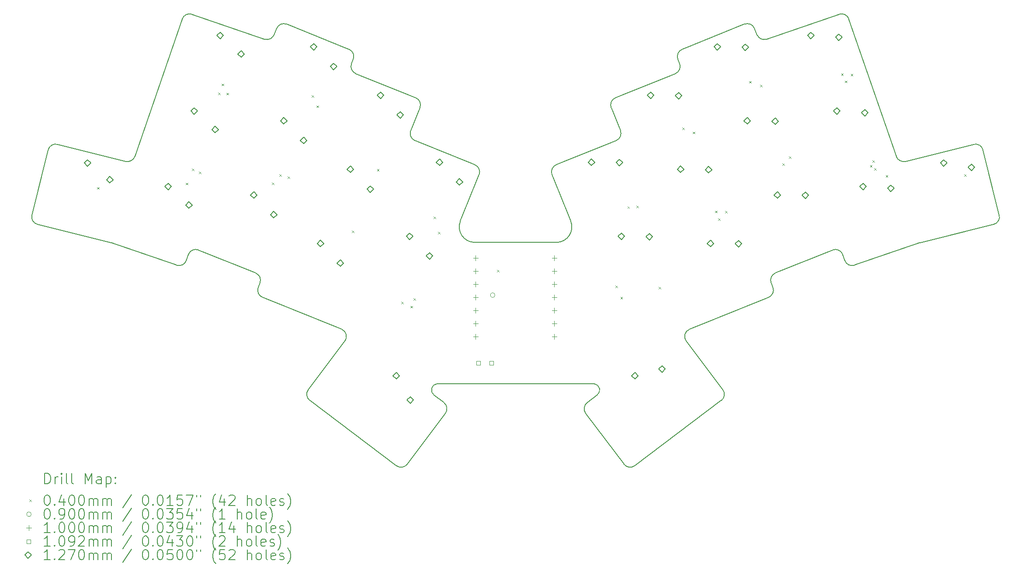
<source format=gbr>
%TF.GenerationSoftware,KiCad,Pcbnew,8.0.5*%
%TF.CreationDate,2024-09-08T16:16:31+10:00*%
%TF.ProjectId,akohekohe,616b6f68-656b-46f6-9865-2e6b69636164,0.1*%
%TF.SameCoordinates,Original*%
%TF.FileFunction,Drillmap*%
%TF.FilePolarity,Positive*%
%FSLAX45Y45*%
G04 Gerber Fmt 4.5, Leading zero omitted, Abs format (unit mm)*
G04 Created by KiCad (PCBNEW 8.0.5) date 2024-09-08 16:16:31*
%MOMM*%
%LPD*%
G01*
G04 APERTURE LIST*
%ADD10C,0.150000*%
%ADD11C,0.200000*%
%ADD12C,0.100000*%
%ADD13C,0.109220*%
%ADD14C,0.127000*%
G04 APERTURE END LIST*
D10*
X6840478Y-11205032D02*
G75*
G02*
X6731227Y-11023199I36291J145543D01*
G01*
X15310314Y-11553888D02*
G75*
G02*
X15032157Y-11141504I-5J299998D01*
G01*
X23654137Y-9981853D02*
G75*
G02*
X23476022Y-9885143I-36288J145544D01*
G01*
X8726395Y-9885143D02*
G75*
G02*
X8548281Y-9981850I-141825J48833D01*
G01*
X11472732Y-7404902D02*
X11423597Y-7526514D01*
X17954214Y-8944197D02*
G75*
G02*
X18037099Y-8748921I139076J56198D01*
G01*
X17622836Y-14294982D02*
G75*
G02*
X17680073Y-14516285I-14748J-121868D01*
G01*
X19406650Y-13468358D02*
X20116887Y-14410875D01*
X13006335Y-8280669D02*
X14165316Y-8748927D01*
X19406650Y-13468359D02*
G75*
G02*
X19470256Y-13239012I119798J90270D01*
G01*
X14712843Y-14661126D02*
G75*
G02*
X14742360Y-14871190I-90294J-119794D01*
G01*
X12115048Y-14620940D02*
X13792185Y-15884754D01*
X12923451Y-8085400D02*
X12956226Y-8004272D01*
X8259981Y-11558953D02*
G75*
G02*
X8272528Y-11562669I-36232J-145386D01*
G01*
X20116887Y-14410875D02*
G75*
G02*
X20087368Y-14620944I-119799J-90274D01*
G01*
X12732159Y-13239007D02*
G75*
G02*
X12795757Y-13468353I-56190J-139072D01*
G01*
X14070263Y-9384609D02*
X14248202Y-8944196D01*
X12085526Y-14410874D02*
X12795763Y-13468357D01*
X9960237Y-11701144D02*
X11066332Y-12148037D01*
X9833891Y-7129474D02*
X11235684Y-7612148D01*
X14165316Y-8748927D02*
G75*
G02*
X14248199Y-8944195I-56187J-139074D01*
G01*
X23476020Y-9885143D02*
X22559186Y-7222466D01*
X7045721Y-9761816D02*
X6731224Y-11023198D01*
X18200162Y-15855230D02*
X17460049Y-14871197D01*
X11066332Y-12148037D02*
G75*
G02*
X11149211Y-12343304I-56192J-139072D01*
G01*
X14153149Y-9579877D02*
G75*
G02*
X14070269Y-9384611I56201J139077D01*
G01*
X15032160Y-11141505D02*
X15395016Y-10243403D01*
X9643226Y-7222466D02*
G75*
G02*
X9833889Y-7129479I141823J-48834D01*
G01*
X23929887Y-11562671D02*
G75*
G02*
X23942437Y-11558955I48592J-141059D01*
G01*
X7045722Y-9761816D02*
G75*
G02*
X7227554Y-9652561I145547J-36294D01*
G01*
X22368523Y-7129473D02*
G75*
G02*
X22559187Y-7222465I48837J-141826D01*
G01*
X14002251Y-15855229D02*
X14742366Y-14871195D01*
X23929887Y-11562671D02*
X22669520Y-11996652D01*
X20534412Y-7322014D02*
X19329074Y-7809003D01*
X21085977Y-12424434D02*
G75*
G02*
X21003096Y-12619708I-139078J-56196D01*
G01*
X16890284Y-10048136D02*
X18049264Y-9579877D01*
X14712843Y-14661126D02*
X14522142Y-14516530D01*
X16892100Y-11553887D02*
X15310314Y-11553888D01*
X15312128Y-10048136D02*
G75*
G02*
X15395024Y-10243406I-56189J-139084D01*
G01*
X19246189Y-8004272D02*
X19278965Y-8085401D01*
X24974862Y-9652559D02*
X23654137Y-9981853D01*
X25156694Y-9761816D02*
X25471192Y-11023201D01*
X16807399Y-10243403D02*
G75*
G02*
X16890283Y-10048132I139081J56193D01*
G01*
X25471192Y-11023201D02*
G75*
G02*
X25361936Y-11205041I-145553J-36289D01*
G01*
X9723557Y-11903655D02*
X9762215Y-11791387D01*
X8272528Y-11562669D02*
X9532895Y-11996651D01*
X22669520Y-11996652D02*
G75*
G02*
X22478853Y-11903660I-48840J141824D01*
G01*
X11472732Y-7404902D02*
G75*
G02*
X11667998Y-7322016I139076J-56188D01*
G01*
X12115048Y-14620940D02*
G75*
G02*
X12085531Y-14410878I90271J119790D01*
G01*
X14522344Y-14516283D02*
G75*
G02*
X14579579Y-14294983I71985J99434D01*
G01*
X17622836Y-14294982D02*
X14579579Y-14294980D01*
X11199324Y-12619702D02*
G75*
G02*
X11116446Y-12424438I56195J139072D01*
G01*
X17954214Y-8944197D02*
X18132153Y-9384610D01*
X22478858Y-11903658D02*
X22440200Y-11791386D01*
X24974862Y-9652559D02*
G75*
G02*
X25156697Y-9761815I36287J-145551D01*
G01*
X25361934Y-11205034D02*
X23942434Y-11558955D01*
X16807399Y-10243403D02*
X17170255Y-11141506D01*
X6840478Y-11205032D02*
X8259981Y-11558953D01*
X8726394Y-9885144D02*
X9643230Y-7222465D01*
X13006335Y-8280669D02*
G75*
G02*
X12923445Y-8085397I56185J139079D01*
G01*
X12873339Y-7809003D02*
G75*
G02*
X12956226Y-8004272I-56190J-139077D01*
G01*
X9723557Y-11903655D02*
G75*
G02*
X9532895Y-11996650I-141829J48835D01*
G01*
X11149217Y-12343307D02*
X11116438Y-12424434D01*
X18410232Y-15884755D02*
G75*
G02*
X18200162Y-15855230I-90273J119796D01*
G01*
X7227555Y-9652558D02*
X8548280Y-9981853D01*
X11423597Y-7526514D02*
G75*
G02*
X11235684Y-7612150I-139078J56194D01*
G01*
X14153149Y-9579877D02*
X15312128Y-10048136D01*
X11199324Y-12619702D02*
X12732159Y-13239007D01*
X12873340Y-7809003D02*
X11667999Y-7322014D01*
X20729683Y-7404902D02*
X20778819Y-7526515D01*
X22242181Y-11701148D02*
X21136087Y-12148036D01*
X22368523Y-7129473D02*
X20966732Y-7612149D01*
X21053200Y-12343305D02*
G75*
G02*
X21136089Y-12148042I139080J56185D01*
G01*
X18037102Y-8748928D02*
X19196080Y-8280668D01*
X9762215Y-11791387D02*
G75*
G02*
X9960237Y-11701142I141834J-48844D01*
G01*
X19470254Y-13239007D02*
X21003093Y-12619702D01*
X19278965Y-8085401D02*
G75*
G02*
X19196079Y-8280665I-139076J-56189D01*
G01*
X20534412Y-7322014D02*
G75*
G02*
X20729688Y-7404901I56197J-139075D01*
G01*
X17460049Y-14871197D02*
G75*
G02*
X17489575Y-14661131I119819J90267D01*
G01*
X22242181Y-11701148D02*
G75*
G02*
X22440198Y-11791386I56189J-139082D01*
G01*
X17170255Y-11141506D02*
G75*
G02*
X16892100Y-11553891I-278157J-112383D01*
G01*
X21085977Y-12424434D02*
X21053200Y-12343305D01*
X19246189Y-8004272D02*
G75*
G02*
X19329073Y-7809001I139080J56192D01*
G01*
X18132153Y-9384609D02*
G75*
G02*
X18049266Y-9579883I-139084J-56191D01*
G01*
X20966732Y-7612149D02*
G75*
G02*
X20778815Y-7526516I-48843J141819D01*
G01*
X14002251Y-15855229D02*
G75*
G02*
X13792187Y-15884750I-119792J90270D01*
G01*
X17489571Y-14661126D02*
X17680272Y-14516530D01*
X20087366Y-14620942D02*
X18410232Y-15884755D01*
D11*
D12*
X7993388Y-10483129D02*
X8033388Y-10523129D01*
X8033388Y-10483129D02*
X7993388Y-10523129D01*
X9714674Y-10397895D02*
X9754674Y-10437895D01*
X9754674Y-10397895D02*
X9714674Y-10437895D01*
X9834417Y-10121608D02*
X9874417Y-10161608D01*
X9874417Y-10121608D02*
X9834417Y-10161608D01*
X9968593Y-10184577D02*
X10008593Y-10224577D01*
X10008593Y-10184577D02*
X9968593Y-10224577D01*
X10340484Y-8651881D02*
X10380484Y-8691881D01*
X10380484Y-8651881D02*
X10340484Y-8691881D01*
X10406065Y-8474768D02*
X10446065Y-8514768D01*
X10446065Y-8474768D02*
X10406065Y-8514768D01*
X10498531Y-8653421D02*
X10538531Y-8693421D01*
X10538531Y-8653421D02*
X10498531Y-8693421D01*
X11380699Y-10395469D02*
X11420699Y-10435469D01*
X11420699Y-10395469D02*
X11380699Y-10435469D01*
X11524010Y-10234968D02*
X11564010Y-10274968D01*
X11564010Y-10234968D02*
X11524010Y-10274968D01*
X11686129Y-10273504D02*
X11726129Y-10313504D01*
X11726129Y-10273504D02*
X11686129Y-10313504D01*
X12149341Y-8703124D02*
X12189341Y-8743124D01*
X12189341Y-8703124D02*
X12149341Y-8743124D01*
X12243172Y-8898801D02*
X12283172Y-8938801D01*
X12283172Y-8898801D02*
X12243172Y-8938801D01*
X12932214Y-11327009D02*
X12972214Y-11367009D01*
X12972214Y-11327009D02*
X12932214Y-11367009D01*
X13418087Y-10131126D02*
X13458087Y-10171126D01*
X13458087Y-10131126D02*
X13418087Y-10171126D01*
X13885634Y-12704467D02*
X13925634Y-12744467D01*
X13925634Y-12704467D02*
X13885634Y-12744467D01*
X14066089Y-12785874D02*
X14106089Y-12825874D01*
X14106089Y-12785874D02*
X14066089Y-12825874D01*
X14122948Y-12638439D02*
X14162948Y-12678439D01*
X14162948Y-12638439D02*
X14122948Y-12678439D01*
X14513940Y-11052867D02*
X14553940Y-11092867D01*
X14553940Y-11052867D02*
X14513940Y-11092867D01*
X14596799Y-11348719D02*
X14636799Y-11388719D01*
X14636799Y-11348719D02*
X14596799Y-11388719D01*
X15738345Y-12089202D02*
X15778345Y-12129202D01*
X15778345Y-12089202D02*
X15738345Y-12129202D01*
X18035158Y-12389822D02*
X18075158Y-12429822D01*
X18075158Y-12389822D02*
X18035158Y-12429822D01*
X18133935Y-12611722D02*
X18173935Y-12651722D01*
X18173935Y-12611722D02*
X18133935Y-12651722D01*
X18269094Y-10854360D02*
X18309094Y-10894360D01*
X18309094Y-10854360D02*
X18269094Y-10894360D01*
X18440558Y-10840401D02*
X18480558Y-10880401D01*
X18480558Y-10840401D02*
X18440558Y-10880401D01*
X18871628Y-12418680D02*
X18911628Y-12458680D01*
X18911628Y-12418680D02*
X18871628Y-12458680D01*
X19332131Y-9326206D02*
X19372131Y-9366206D01*
X19372131Y-9326206D02*
X19332131Y-9366206D01*
X19534825Y-9407745D02*
X19574825Y-9447745D01*
X19574825Y-9407745D02*
X19534825Y-9447745D01*
X19968345Y-10939656D02*
X20008345Y-10979656D01*
X20008345Y-10939656D02*
X19968345Y-10979656D01*
X20027111Y-11085102D02*
X20067111Y-11125102D01*
X20067111Y-11085102D02*
X20027111Y-11125102D01*
X20159428Y-10944660D02*
X20199428Y-10984660D01*
X20199428Y-10944660D02*
X20159428Y-10984660D01*
X20625073Y-8425056D02*
X20665073Y-8465056D01*
X20665073Y-8425056D02*
X20625073Y-8465056D01*
X20837204Y-8496962D02*
X20877204Y-8536962D01*
X20877204Y-8496962D02*
X20837204Y-8536962D01*
X21267687Y-10023094D02*
X21307687Y-10063094D01*
X21307687Y-10023094D02*
X21267687Y-10063094D01*
X21395681Y-9884071D02*
X21435681Y-9924071D01*
X21435681Y-9884071D02*
X21395681Y-9924071D01*
X22408839Y-8275044D02*
X22448839Y-8315044D01*
X22448839Y-8275044D02*
X22408839Y-8315044D01*
X22483739Y-8415758D02*
X22523739Y-8455758D01*
X22523739Y-8415758D02*
X22483739Y-8455758D01*
X22595196Y-8286593D02*
X22635196Y-8326593D01*
X22635196Y-8286593D02*
X22595196Y-8326593D01*
X22967606Y-10054599D02*
X23007606Y-10094599D01*
X23007606Y-10054599D02*
X22967606Y-10094599D01*
X23015020Y-9958707D02*
X23055020Y-9998707D01*
X23055020Y-9958707D02*
X23015020Y-9998707D01*
X23046885Y-10116954D02*
X23086885Y-10156954D01*
X23086885Y-10116954D02*
X23046885Y-10156954D01*
X23273059Y-10250600D02*
X23313059Y-10290600D01*
X23313059Y-10250600D02*
X23273059Y-10290600D01*
X24789209Y-10233520D02*
X24829209Y-10273520D01*
X24829209Y-10233520D02*
X24789209Y-10273520D01*
X15702050Y-12576615D02*
G75*
G02*
X15612050Y-12576615I-45000J0D01*
G01*
X15612050Y-12576615D02*
G75*
G02*
X15702050Y-12576615I45000J0D01*
G01*
X15329147Y-12060719D02*
X15329147Y-12160719D01*
X15279147Y-12110719D02*
X15379147Y-12110719D01*
X15329147Y-13330716D02*
X15329147Y-13430716D01*
X15279147Y-13380716D02*
X15379147Y-13380716D01*
X15329148Y-12314719D02*
X15329148Y-12414719D01*
X15279148Y-12364719D02*
X15379148Y-12364719D01*
X15329149Y-13076718D02*
X15329149Y-13176718D01*
X15279149Y-13126718D02*
X15379149Y-13126718D01*
X15329149Y-12568716D02*
X15329149Y-12668716D01*
X15279149Y-12618716D02*
X15379149Y-12618716D01*
X15329151Y-12822717D02*
X15329151Y-12922717D01*
X15279151Y-12872717D02*
X15379151Y-12872717D01*
X15329151Y-11806716D02*
X15329151Y-11906716D01*
X15279151Y-11856716D02*
X15379151Y-11856716D01*
X16853147Y-13330720D02*
X16853147Y-13430720D01*
X16803147Y-13380720D02*
X16903147Y-13380720D01*
X16853147Y-12314719D02*
X16853147Y-12414719D01*
X16803147Y-12364719D02*
X16903147Y-12364719D01*
X16853148Y-12568720D02*
X16853148Y-12668720D01*
X16803148Y-12618720D02*
X16903148Y-12618720D01*
X16853149Y-12060718D02*
X16853149Y-12160718D01*
X16803149Y-12110718D02*
X16903149Y-12110718D01*
X16853149Y-12822717D02*
X16853149Y-12922717D01*
X16803149Y-12872717D02*
X16903149Y-12872717D01*
X16853151Y-11806720D02*
X16853151Y-11906720D01*
X16803151Y-11856720D02*
X16903151Y-11856720D01*
X16853151Y-13076717D02*
X16853151Y-13176717D01*
X16803151Y-13126717D02*
X16903151Y-13126717D01*
D13*
X15421114Y-13932970D02*
X15421114Y-13855739D01*
X15343883Y-13855739D01*
X15343883Y-13932970D01*
X15421114Y-13932970D01*
X15675114Y-13932970D02*
X15675114Y-13855739D01*
X15597883Y-13855739D01*
X15597883Y-13932970D01*
X15675114Y-13932970D01*
D14*
X7807443Y-10077071D02*
X7870943Y-10013571D01*
X7807443Y-9950071D01*
X7743943Y-10013571D01*
X7807443Y-10077071D01*
X8241787Y-10401794D02*
X8305287Y-10338294D01*
X8241787Y-10274794D01*
X8178287Y-10338294D01*
X8241787Y-10401794D01*
X9370849Y-10534260D02*
X9434349Y-10470760D01*
X9370849Y-10407260D01*
X9307349Y-10470760D01*
X9370849Y-10534260D01*
X9775239Y-10895602D02*
X9838739Y-10832102D01*
X9775239Y-10768602D01*
X9711739Y-10832102D01*
X9775239Y-10895602D01*
X9875479Y-9068706D02*
X9938979Y-9005206D01*
X9875479Y-8941706D01*
X9811979Y-9005206D01*
X9875479Y-9068706D01*
X10279869Y-9430048D02*
X10343369Y-9366548D01*
X10279869Y-9303048D01*
X10216369Y-9366548D01*
X10279869Y-9430048D01*
X10380109Y-7603151D02*
X10443609Y-7539651D01*
X10380109Y-7476151D01*
X10316609Y-7539651D01*
X10380109Y-7603151D01*
X10784499Y-7964494D02*
X10847999Y-7900994D01*
X10784499Y-7837494D01*
X10720999Y-7900994D01*
X10784499Y-7964494D01*
X11030725Y-10697988D02*
X11094225Y-10634488D01*
X11030725Y-10570988D01*
X10967225Y-10634488D01*
X11030725Y-10697988D01*
X11415649Y-11079999D02*
X11479149Y-11016499D01*
X11415649Y-10952999D01*
X11352149Y-11016499D01*
X11415649Y-11079999D01*
X11611362Y-9260852D02*
X11674862Y-9197352D01*
X11611362Y-9133852D01*
X11547862Y-9197352D01*
X11611362Y-9260852D01*
X11996287Y-9642863D02*
X12059787Y-9579363D01*
X11996287Y-9515863D01*
X11932787Y-9579363D01*
X11996287Y-9642863D01*
X12192003Y-7823717D02*
X12255503Y-7760217D01*
X12192003Y-7696717D01*
X12128503Y-7760217D01*
X12192003Y-7823717D01*
X12322697Y-11637913D02*
X12386197Y-11574413D01*
X12322697Y-11510913D01*
X12259197Y-11574413D01*
X12322697Y-11637913D01*
X12576928Y-8205728D02*
X12640428Y-8142228D01*
X12576928Y-8078728D01*
X12513428Y-8142228D01*
X12576928Y-8205728D01*
X12707622Y-12019924D02*
X12771122Y-11956424D01*
X12707622Y-11892924D01*
X12644122Y-11956424D01*
X12707622Y-12019924D01*
X12903338Y-10200777D02*
X12966838Y-10137277D01*
X12903338Y-10073777D01*
X12839838Y-10137277D01*
X12903338Y-10200777D01*
X13288263Y-10582788D02*
X13351763Y-10519288D01*
X13288263Y-10455788D01*
X13224763Y-10519288D01*
X13288263Y-10582788D01*
X13483978Y-8763640D02*
X13547478Y-8700140D01*
X13483978Y-8636640D01*
X13420478Y-8700140D01*
X13483978Y-8763640D01*
X13790140Y-14206245D02*
X13853640Y-14142745D01*
X13790140Y-14079245D01*
X13726640Y-14142745D01*
X13790140Y-14206245D01*
X13868903Y-9145652D02*
X13932403Y-9082152D01*
X13868903Y-9018652D01*
X13805403Y-9082152D01*
X13868903Y-9145652D01*
X14050153Y-11499985D02*
X14113653Y-11436485D01*
X14050153Y-11372985D01*
X13986653Y-11436485D01*
X14050153Y-11499985D01*
X14063076Y-14674865D02*
X14126576Y-14611365D01*
X14063076Y-14547865D01*
X13999576Y-14611365D01*
X14063076Y-14674865D01*
X14435078Y-11881996D02*
X14498578Y-11818496D01*
X14435078Y-11754996D01*
X14371578Y-11818496D01*
X14435078Y-11881996D01*
X14630792Y-10062849D02*
X14694292Y-9999349D01*
X14630792Y-9935849D01*
X14567292Y-9999349D01*
X14630792Y-10062849D01*
X15015717Y-10444860D02*
X15079217Y-10381360D01*
X15015717Y-10317860D01*
X14952217Y-10381360D01*
X15015717Y-10444860D01*
X17571621Y-10062849D02*
X17635121Y-9999349D01*
X17571621Y-9935849D01*
X17508121Y-9999349D01*
X17571621Y-10062849D01*
X18113880Y-10070254D02*
X18177380Y-10006754D01*
X18113880Y-9943254D01*
X18050380Y-10006754D01*
X18113880Y-10070254D01*
X18152261Y-11499984D02*
X18215761Y-11436484D01*
X18152261Y-11372984D01*
X18088761Y-11436484D01*
X18152261Y-11499984D01*
X18412276Y-14206245D02*
X18475776Y-14142745D01*
X18412276Y-14079245D01*
X18348776Y-14142745D01*
X18412276Y-14206245D01*
X18694520Y-11507389D02*
X18758020Y-11443889D01*
X18694520Y-11380389D01*
X18631020Y-11443889D01*
X18694520Y-11507389D01*
X18718436Y-8763642D02*
X18781936Y-8700142D01*
X18718436Y-8636642D01*
X18654936Y-8700142D01*
X18718436Y-8763642D01*
X18937974Y-14073051D02*
X19001474Y-14009551D01*
X18937974Y-13946051D01*
X18874474Y-14009551D01*
X18937974Y-14073051D01*
X19260695Y-8771047D02*
X19324195Y-8707547D01*
X19260695Y-8644047D01*
X19197195Y-8707547D01*
X19260695Y-8771047D01*
X19299077Y-10200776D02*
X19362577Y-10137276D01*
X19299077Y-10073776D01*
X19235577Y-10137276D01*
X19299077Y-10200776D01*
X19841336Y-10208181D02*
X19904836Y-10144681D01*
X19841336Y-10081181D01*
X19777836Y-10144681D01*
X19841336Y-10208181D01*
X19879717Y-11637911D02*
X19943217Y-11574411D01*
X19879717Y-11510911D01*
X19816217Y-11574411D01*
X19879717Y-11637911D01*
X20010412Y-7823718D02*
X20073912Y-7760218D01*
X20010412Y-7696718D01*
X19946912Y-7760218D01*
X20010412Y-7823718D01*
X20421976Y-11645316D02*
X20485476Y-11581816D01*
X20421976Y-11518316D01*
X20358476Y-11581816D01*
X20421976Y-11645316D01*
X20552671Y-7831123D02*
X20616171Y-7767623D01*
X20552671Y-7704123D01*
X20489171Y-7767623D01*
X20552671Y-7831123D01*
X20591053Y-9260854D02*
X20654553Y-9197354D01*
X20591053Y-9133854D01*
X20527553Y-9197354D01*
X20591053Y-9260854D01*
X21133312Y-9268258D02*
X21196812Y-9204758D01*
X21133312Y-9141258D01*
X21069812Y-9204758D01*
X21133312Y-9268258D01*
X21171692Y-10697987D02*
X21235192Y-10634487D01*
X21171692Y-10570987D01*
X21108192Y-10634487D01*
X21171692Y-10697987D01*
X21713951Y-10705392D02*
X21777451Y-10641892D01*
X21713951Y-10578392D01*
X21650451Y-10641892D01*
X21713951Y-10705392D01*
X21822307Y-7603152D02*
X21885807Y-7539652D01*
X21822307Y-7476152D01*
X21758807Y-7539652D01*
X21822307Y-7603152D01*
X22326938Y-9068705D02*
X22390437Y-9005205D01*
X22326938Y-8941705D01*
X22263438Y-9005205D01*
X22326938Y-9068705D01*
X22363435Y-7638927D02*
X22426935Y-7575427D01*
X22363435Y-7511927D01*
X22299935Y-7575427D01*
X22363435Y-7638927D01*
X22831568Y-10534259D02*
X22895068Y-10470759D01*
X22831568Y-10407259D01*
X22768068Y-10470759D01*
X22831568Y-10534259D01*
X22868066Y-9104480D02*
X22931566Y-9040980D01*
X22868066Y-8977480D01*
X22804566Y-9040980D01*
X22868066Y-9104480D01*
X23372696Y-10570033D02*
X23436196Y-10506533D01*
X23372696Y-10443033D01*
X23309196Y-10506533D01*
X23372696Y-10570033D01*
X24394972Y-10077073D02*
X24458472Y-10013573D01*
X24394972Y-9950073D01*
X24331472Y-10013573D01*
X24394972Y-10077073D01*
X24930923Y-10159873D02*
X24994423Y-10096373D01*
X24930923Y-10032873D01*
X24867423Y-10096373D01*
X24930923Y-10159873D01*
D11*
X6980047Y-16233944D02*
X6980047Y-16033944D01*
X6980047Y-16033944D02*
X7027666Y-16033944D01*
X7027666Y-16033944D02*
X7056238Y-16043468D01*
X7056238Y-16043468D02*
X7075285Y-16062516D01*
X7075285Y-16062516D02*
X7084809Y-16081563D01*
X7084809Y-16081563D02*
X7094333Y-16119658D01*
X7094333Y-16119658D02*
X7094333Y-16148230D01*
X7094333Y-16148230D02*
X7084809Y-16186325D01*
X7084809Y-16186325D02*
X7075285Y-16205373D01*
X7075285Y-16205373D02*
X7056238Y-16224420D01*
X7056238Y-16224420D02*
X7027666Y-16233944D01*
X7027666Y-16233944D02*
X6980047Y-16233944D01*
X7180047Y-16233944D02*
X7180047Y-16100611D01*
X7180047Y-16138706D02*
X7189571Y-16119658D01*
X7189571Y-16119658D02*
X7199095Y-16110135D01*
X7199095Y-16110135D02*
X7218142Y-16100611D01*
X7218142Y-16100611D02*
X7237190Y-16100611D01*
X7303857Y-16233944D02*
X7303857Y-16100611D01*
X7303857Y-16033944D02*
X7294333Y-16043468D01*
X7294333Y-16043468D02*
X7303857Y-16052992D01*
X7303857Y-16052992D02*
X7313380Y-16043468D01*
X7313380Y-16043468D02*
X7303857Y-16033944D01*
X7303857Y-16033944D02*
X7303857Y-16052992D01*
X7427666Y-16233944D02*
X7408618Y-16224420D01*
X7408618Y-16224420D02*
X7399095Y-16205373D01*
X7399095Y-16205373D02*
X7399095Y-16033944D01*
X7532428Y-16233944D02*
X7513380Y-16224420D01*
X7513380Y-16224420D02*
X7503857Y-16205373D01*
X7503857Y-16205373D02*
X7503857Y-16033944D01*
X7760999Y-16233944D02*
X7760999Y-16033944D01*
X7760999Y-16033944D02*
X7827666Y-16176801D01*
X7827666Y-16176801D02*
X7894333Y-16033944D01*
X7894333Y-16033944D02*
X7894333Y-16233944D01*
X8075285Y-16233944D02*
X8075285Y-16129182D01*
X8075285Y-16129182D02*
X8065761Y-16110135D01*
X8065761Y-16110135D02*
X8046714Y-16100611D01*
X8046714Y-16100611D02*
X8008618Y-16100611D01*
X8008618Y-16100611D02*
X7989571Y-16110135D01*
X8075285Y-16224420D02*
X8056238Y-16233944D01*
X8056238Y-16233944D02*
X8008618Y-16233944D01*
X8008618Y-16233944D02*
X7989571Y-16224420D01*
X7989571Y-16224420D02*
X7980047Y-16205373D01*
X7980047Y-16205373D02*
X7980047Y-16186325D01*
X7980047Y-16186325D02*
X7989571Y-16167277D01*
X7989571Y-16167277D02*
X8008618Y-16157754D01*
X8008618Y-16157754D02*
X8056238Y-16157754D01*
X8056238Y-16157754D02*
X8075285Y-16148230D01*
X8170523Y-16100611D02*
X8170523Y-16300611D01*
X8170523Y-16110135D02*
X8189571Y-16100611D01*
X8189571Y-16100611D02*
X8227666Y-16100611D01*
X8227666Y-16100611D02*
X8246714Y-16110135D01*
X8246714Y-16110135D02*
X8256238Y-16119658D01*
X8256238Y-16119658D02*
X8265761Y-16138706D01*
X8265761Y-16138706D02*
X8265761Y-16195849D01*
X8265761Y-16195849D02*
X8256238Y-16214896D01*
X8256238Y-16214896D02*
X8246714Y-16224420D01*
X8246714Y-16224420D02*
X8227666Y-16233944D01*
X8227666Y-16233944D02*
X8189571Y-16233944D01*
X8189571Y-16233944D02*
X8170523Y-16224420D01*
X8351476Y-16214896D02*
X8360999Y-16224420D01*
X8360999Y-16224420D02*
X8351476Y-16233944D01*
X8351476Y-16233944D02*
X8341952Y-16224420D01*
X8341952Y-16224420D02*
X8351476Y-16214896D01*
X8351476Y-16214896D02*
X8351476Y-16233944D01*
X8351476Y-16110135D02*
X8360999Y-16119658D01*
X8360999Y-16119658D02*
X8351476Y-16129182D01*
X8351476Y-16129182D02*
X8341952Y-16119658D01*
X8341952Y-16119658D02*
X8351476Y-16110135D01*
X8351476Y-16110135D02*
X8351476Y-16129182D01*
D12*
X6679270Y-16542460D02*
X6719270Y-16582460D01*
X6719270Y-16542460D02*
X6679270Y-16582460D01*
D11*
X7018142Y-16453944D02*
X7037190Y-16453944D01*
X7037190Y-16453944D02*
X7056238Y-16463468D01*
X7056238Y-16463468D02*
X7065761Y-16472992D01*
X7065761Y-16472992D02*
X7075285Y-16492039D01*
X7075285Y-16492039D02*
X7084809Y-16530135D01*
X7084809Y-16530135D02*
X7084809Y-16577754D01*
X7084809Y-16577754D02*
X7075285Y-16615849D01*
X7075285Y-16615849D02*
X7065761Y-16634896D01*
X7065761Y-16634896D02*
X7056238Y-16644420D01*
X7056238Y-16644420D02*
X7037190Y-16653944D01*
X7037190Y-16653944D02*
X7018142Y-16653944D01*
X7018142Y-16653944D02*
X6999095Y-16644420D01*
X6999095Y-16644420D02*
X6989571Y-16634896D01*
X6989571Y-16634896D02*
X6980047Y-16615849D01*
X6980047Y-16615849D02*
X6970523Y-16577754D01*
X6970523Y-16577754D02*
X6970523Y-16530135D01*
X6970523Y-16530135D02*
X6980047Y-16492039D01*
X6980047Y-16492039D02*
X6989571Y-16472992D01*
X6989571Y-16472992D02*
X6999095Y-16463468D01*
X6999095Y-16463468D02*
X7018142Y-16453944D01*
X7170523Y-16634896D02*
X7180047Y-16644420D01*
X7180047Y-16644420D02*
X7170523Y-16653944D01*
X7170523Y-16653944D02*
X7160999Y-16644420D01*
X7160999Y-16644420D02*
X7170523Y-16634896D01*
X7170523Y-16634896D02*
X7170523Y-16653944D01*
X7351476Y-16520611D02*
X7351476Y-16653944D01*
X7303857Y-16444420D02*
X7256238Y-16587277D01*
X7256238Y-16587277D02*
X7380047Y-16587277D01*
X7494333Y-16453944D02*
X7513380Y-16453944D01*
X7513380Y-16453944D02*
X7532428Y-16463468D01*
X7532428Y-16463468D02*
X7541952Y-16472992D01*
X7541952Y-16472992D02*
X7551476Y-16492039D01*
X7551476Y-16492039D02*
X7560999Y-16530135D01*
X7560999Y-16530135D02*
X7560999Y-16577754D01*
X7560999Y-16577754D02*
X7551476Y-16615849D01*
X7551476Y-16615849D02*
X7541952Y-16634896D01*
X7541952Y-16634896D02*
X7532428Y-16644420D01*
X7532428Y-16644420D02*
X7513380Y-16653944D01*
X7513380Y-16653944D02*
X7494333Y-16653944D01*
X7494333Y-16653944D02*
X7475285Y-16644420D01*
X7475285Y-16644420D02*
X7465761Y-16634896D01*
X7465761Y-16634896D02*
X7456238Y-16615849D01*
X7456238Y-16615849D02*
X7446714Y-16577754D01*
X7446714Y-16577754D02*
X7446714Y-16530135D01*
X7446714Y-16530135D02*
X7456238Y-16492039D01*
X7456238Y-16492039D02*
X7465761Y-16472992D01*
X7465761Y-16472992D02*
X7475285Y-16463468D01*
X7475285Y-16463468D02*
X7494333Y-16453944D01*
X7684809Y-16453944D02*
X7703857Y-16453944D01*
X7703857Y-16453944D02*
X7722904Y-16463468D01*
X7722904Y-16463468D02*
X7732428Y-16472992D01*
X7732428Y-16472992D02*
X7741952Y-16492039D01*
X7741952Y-16492039D02*
X7751476Y-16530135D01*
X7751476Y-16530135D02*
X7751476Y-16577754D01*
X7751476Y-16577754D02*
X7741952Y-16615849D01*
X7741952Y-16615849D02*
X7732428Y-16634896D01*
X7732428Y-16634896D02*
X7722904Y-16644420D01*
X7722904Y-16644420D02*
X7703857Y-16653944D01*
X7703857Y-16653944D02*
X7684809Y-16653944D01*
X7684809Y-16653944D02*
X7665761Y-16644420D01*
X7665761Y-16644420D02*
X7656238Y-16634896D01*
X7656238Y-16634896D02*
X7646714Y-16615849D01*
X7646714Y-16615849D02*
X7637190Y-16577754D01*
X7637190Y-16577754D02*
X7637190Y-16530135D01*
X7637190Y-16530135D02*
X7646714Y-16492039D01*
X7646714Y-16492039D02*
X7656238Y-16472992D01*
X7656238Y-16472992D02*
X7665761Y-16463468D01*
X7665761Y-16463468D02*
X7684809Y-16453944D01*
X7837190Y-16653944D02*
X7837190Y-16520611D01*
X7837190Y-16539658D02*
X7846714Y-16530135D01*
X7846714Y-16530135D02*
X7865761Y-16520611D01*
X7865761Y-16520611D02*
X7894333Y-16520611D01*
X7894333Y-16520611D02*
X7913380Y-16530135D01*
X7913380Y-16530135D02*
X7922904Y-16549182D01*
X7922904Y-16549182D02*
X7922904Y-16653944D01*
X7922904Y-16549182D02*
X7932428Y-16530135D01*
X7932428Y-16530135D02*
X7951476Y-16520611D01*
X7951476Y-16520611D02*
X7980047Y-16520611D01*
X7980047Y-16520611D02*
X7999095Y-16530135D01*
X7999095Y-16530135D02*
X8008619Y-16549182D01*
X8008619Y-16549182D02*
X8008619Y-16653944D01*
X8103857Y-16653944D02*
X8103857Y-16520611D01*
X8103857Y-16539658D02*
X8113380Y-16530135D01*
X8113380Y-16530135D02*
X8132428Y-16520611D01*
X8132428Y-16520611D02*
X8161000Y-16520611D01*
X8161000Y-16520611D02*
X8180047Y-16530135D01*
X8180047Y-16530135D02*
X8189571Y-16549182D01*
X8189571Y-16549182D02*
X8189571Y-16653944D01*
X8189571Y-16549182D02*
X8199095Y-16530135D01*
X8199095Y-16530135D02*
X8218142Y-16520611D01*
X8218142Y-16520611D02*
X8246714Y-16520611D01*
X8246714Y-16520611D02*
X8265761Y-16530135D01*
X8265761Y-16530135D02*
X8275285Y-16549182D01*
X8275285Y-16549182D02*
X8275285Y-16653944D01*
X8665762Y-16444420D02*
X8494333Y-16701563D01*
X8922904Y-16453944D02*
X8941952Y-16453944D01*
X8941952Y-16453944D02*
X8961000Y-16463468D01*
X8961000Y-16463468D02*
X8970524Y-16472992D01*
X8970524Y-16472992D02*
X8980047Y-16492039D01*
X8980047Y-16492039D02*
X8989571Y-16530135D01*
X8989571Y-16530135D02*
X8989571Y-16577754D01*
X8989571Y-16577754D02*
X8980047Y-16615849D01*
X8980047Y-16615849D02*
X8970524Y-16634896D01*
X8970524Y-16634896D02*
X8961000Y-16644420D01*
X8961000Y-16644420D02*
X8941952Y-16653944D01*
X8941952Y-16653944D02*
X8922904Y-16653944D01*
X8922904Y-16653944D02*
X8903857Y-16644420D01*
X8903857Y-16644420D02*
X8894333Y-16634896D01*
X8894333Y-16634896D02*
X8884809Y-16615849D01*
X8884809Y-16615849D02*
X8875285Y-16577754D01*
X8875285Y-16577754D02*
X8875285Y-16530135D01*
X8875285Y-16530135D02*
X8884809Y-16492039D01*
X8884809Y-16492039D02*
X8894333Y-16472992D01*
X8894333Y-16472992D02*
X8903857Y-16463468D01*
X8903857Y-16463468D02*
X8922904Y-16453944D01*
X9075285Y-16634896D02*
X9084809Y-16644420D01*
X9084809Y-16644420D02*
X9075285Y-16653944D01*
X9075285Y-16653944D02*
X9065762Y-16644420D01*
X9065762Y-16644420D02*
X9075285Y-16634896D01*
X9075285Y-16634896D02*
X9075285Y-16653944D01*
X9208619Y-16453944D02*
X9227666Y-16453944D01*
X9227666Y-16453944D02*
X9246714Y-16463468D01*
X9246714Y-16463468D02*
X9256238Y-16472992D01*
X9256238Y-16472992D02*
X9265762Y-16492039D01*
X9265762Y-16492039D02*
X9275285Y-16530135D01*
X9275285Y-16530135D02*
X9275285Y-16577754D01*
X9275285Y-16577754D02*
X9265762Y-16615849D01*
X9265762Y-16615849D02*
X9256238Y-16634896D01*
X9256238Y-16634896D02*
X9246714Y-16644420D01*
X9246714Y-16644420D02*
X9227666Y-16653944D01*
X9227666Y-16653944D02*
X9208619Y-16653944D01*
X9208619Y-16653944D02*
X9189571Y-16644420D01*
X9189571Y-16644420D02*
X9180047Y-16634896D01*
X9180047Y-16634896D02*
X9170524Y-16615849D01*
X9170524Y-16615849D02*
X9161000Y-16577754D01*
X9161000Y-16577754D02*
X9161000Y-16530135D01*
X9161000Y-16530135D02*
X9170524Y-16492039D01*
X9170524Y-16492039D02*
X9180047Y-16472992D01*
X9180047Y-16472992D02*
X9189571Y-16463468D01*
X9189571Y-16463468D02*
X9208619Y-16453944D01*
X9465762Y-16653944D02*
X9351476Y-16653944D01*
X9408619Y-16653944D02*
X9408619Y-16453944D01*
X9408619Y-16453944D02*
X9389571Y-16482516D01*
X9389571Y-16482516D02*
X9370524Y-16501563D01*
X9370524Y-16501563D02*
X9351476Y-16511087D01*
X9646714Y-16453944D02*
X9551476Y-16453944D01*
X9551476Y-16453944D02*
X9541952Y-16549182D01*
X9541952Y-16549182D02*
X9551476Y-16539658D01*
X9551476Y-16539658D02*
X9570524Y-16530135D01*
X9570524Y-16530135D02*
X9618143Y-16530135D01*
X9618143Y-16530135D02*
X9637190Y-16539658D01*
X9637190Y-16539658D02*
X9646714Y-16549182D01*
X9646714Y-16549182D02*
X9656238Y-16568230D01*
X9656238Y-16568230D02*
X9656238Y-16615849D01*
X9656238Y-16615849D02*
X9646714Y-16634896D01*
X9646714Y-16634896D02*
X9637190Y-16644420D01*
X9637190Y-16644420D02*
X9618143Y-16653944D01*
X9618143Y-16653944D02*
X9570524Y-16653944D01*
X9570524Y-16653944D02*
X9551476Y-16644420D01*
X9551476Y-16644420D02*
X9541952Y-16634896D01*
X9722905Y-16453944D02*
X9856238Y-16453944D01*
X9856238Y-16453944D02*
X9770524Y-16653944D01*
X9922905Y-16453944D02*
X9922905Y-16492039D01*
X9999095Y-16453944D02*
X9999095Y-16492039D01*
X10294333Y-16730135D02*
X10284809Y-16720611D01*
X10284809Y-16720611D02*
X10265762Y-16692039D01*
X10265762Y-16692039D02*
X10256238Y-16672992D01*
X10256238Y-16672992D02*
X10246714Y-16644420D01*
X10246714Y-16644420D02*
X10237190Y-16596801D01*
X10237190Y-16596801D02*
X10237190Y-16558706D01*
X10237190Y-16558706D02*
X10246714Y-16511087D01*
X10246714Y-16511087D02*
X10256238Y-16482516D01*
X10256238Y-16482516D02*
X10265762Y-16463468D01*
X10265762Y-16463468D02*
X10284809Y-16434896D01*
X10284809Y-16434896D02*
X10294333Y-16425373D01*
X10456238Y-16520611D02*
X10456238Y-16653944D01*
X10408619Y-16444420D02*
X10361000Y-16587277D01*
X10361000Y-16587277D02*
X10484809Y-16587277D01*
X10551476Y-16472992D02*
X10561000Y-16463468D01*
X10561000Y-16463468D02*
X10580047Y-16453944D01*
X10580047Y-16453944D02*
X10627667Y-16453944D01*
X10627667Y-16453944D02*
X10646714Y-16463468D01*
X10646714Y-16463468D02*
X10656238Y-16472992D01*
X10656238Y-16472992D02*
X10665762Y-16492039D01*
X10665762Y-16492039D02*
X10665762Y-16511087D01*
X10665762Y-16511087D02*
X10656238Y-16539658D01*
X10656238Y-16539658D02*
X10541952Y-16653944D01*
X10541952Y-16653944D02*
X10665762Y-16653944D01*
X10903857Y-16653944D02*
X10903857Y-16453944D01*
X10989571Y-16653944D02*
X10989571Y-16549182D01*
X10989571Y-16549182D02*
X10980048Y-16530135D01*
X10980048Y-16530135D02*
X10961000Y-16520611D01*
X10961000Y-16520611D02*
X10932428Y-16520611D01*
X10932428Y-16520611D02*
X10913381Y-16530135D01*
X10913381Y-16530135D02*
X10903857Y-16539658D01*
X11113381Y-16653944D02*
X11094333Y-16644420D01*
X11094333Y-16644420D02*
X11084809Y-16634896D01*
X11084809Y-16634896D02*
X11075286Y-16615849D01*
X11075286Y-16615849D02*
X11075286Y-16558706D01*
X11075286Y-16558706D02*
X11084809Y-16539658D01*
X11084809Y-16539658D02*
X11094333Y-16530135D01*
X11094333Y-16530135D02*
X11113381Y-16520611D01*
X11113381Y-16520611D02*
X11141952Y-16520611D01*
X11141952Y-16520611D02*
X11161000Y-16530135D01*
X11161000Y-16530135D02*
X11170524Y-16539658D01*
X11170524Y-16539658D02*
X11180048Y-16558706D01*
X11180048Y-16558706D02*
X11180048Y-16615849D01*
X11180048Y-16615849D02*
X11170524Y-16634896D01*
X11170524Y-16634896D02*
X11161000Y-16644420D01*
X11161000Y-16644420D02*
X11141952Y-16653944D01*
X11141952Y-16653944D02*
X11113381Y-16653944D01*
X11294333Y-16653944D02*
X11275286Y-16644420D01*
X11275286Y-16644420D02*
X11265762Y-16625373D01*
X11265762Y-16625373D02*
X11265762Y-16453944D01*
X11446714Y-16644420D02*
X11427667Y-16653944D01*
X11427667Y-16653944D02*
X11389571Y-16653944D01*
X11389571Y-16653944D02*
X11370524Y-16644420D01*
X11370524Y-16644420D02*
X11361000Y-16625373D01*
X11361000Y-16625373D02*
X11361000Y-16549182D01*
X11361000Y-16549182D02*
X11370524Y-16530135D01*
X11370524Y-16530135D02*
X11389571Y-16520611D01*
X11389571Y-16520611D02*
X11427667Y-16520611D01*
X11427667Y-16520611D02*
X11446714Y-16530135D01*
X11446714Y-16530135D02*
X11456238Y-16549182D01*
X11456238Y-16549182D02*
X11456238Y-16568230D01*
X11456238Y-16568230D02*
X11361000Y-16587277D01*
X11532428Y-16644420D02*
X11551476Y-16653944D01*
X11551476Y-16653944D02*
X11589571Y-16653944D01*
X11589571Y-16653944D02*
X11608619Y-16644420D01*
X11608619Y-16644420D02*
X11618143Y-16625373D01*
X11618143Y-16625373D02*
X11618143Y-16615849D01*
X11618143Y-16615849D02*
X11608619Y-16596801D01*
X11608619Y-16596801D02*
X11589571Y-16587277D01*
X11589571Y-16587277D02*
X11561000Y-16587277D01*
X11561000Y-16587277D02*
X11541952Y-16577754D01*
X11541952Y-16577754D02*
X11532428Y-16558706D01*
X11532428Y-16558706D02*
X11532428Y-16549182D01*
X11532428Y-16549182D02*
X11541952Y-16530135D01*
X11541952Y-16530135D02*
X11561000Y-16520611D01*
X11561000Y-16520611D02*
X11589571Y-16520611D01*
X11589571Y-16520611D02*
X11608619Y-16530135D01*
X11684809Y-16730135D02*
X11694333Y-16720611D01*
X11694333Y-16720611D02*
X11713381Y-16692039D01*
X11713381Y-16692039D02*
X11722905Y-16672992D01*
X11722905Y-16672992D02*
X11732428Y-16644420D01*
X11732428Y-16644420D02*
X11741952Y-16596801D01*
X11741952Y-16596801D02*
X11741952Y-16558706D01*
X11741952Y-16558706D02*
X11732428Y-16511087D01*
X11732428Y-16511087D02*
X11722905Y-16482516D01*
X11722905Y-16482516D02*
X11713381Y-16463468D01*
X11713381Y-16463468D02*
X11694333Y-16434896D01*
X11694333Y-16434896D02*
X11684809Y-16425373D01*
D12*
X6719270Y-16826460D02*
G75*
G02*
X6629270Y-16826460I-45000J0D01*
G01*
X6629270Y-16826460D02*
G75*
G02*
X6719270Y-16826460I45000J0D01*
G01*
D11*
X7018142Y-16717944D02*
X7037190Y-16717944D01*
X7037190Y-16717944D02*
X7056238Y-16727468D01*
X7056238Y-16727468D02*
X7065761Y-16736992D01*
X7065761Y-16736992D02*
X7075285Y-16756039D01*
X7075285Y-16756039D02*
X7084809Y-16794135D01*
X7084809Y-16794135D02*
X7084809Y-16841754D01*
X7084809Y-16841754D02*
X7075285Y-16879849D01*
X7075285Y-16879849D02*
X7065761Y-16898897D01*
X7065761Y-16898897D02*
X7056238Y-16908420D01*
X7056238Y-16908420D02*
X7037190Y-16917944D01*
X7037190Y-16917944D02*
X7018142Y-16917944D01*
X7018142Y-16917944D02*
X6999095Y-16908420D01*
X6999095Y-16908420D02*
X6989571Y-16898897D01*
X6989571Y-16898897D02*
X6980047Y-16879849D01*
X6980047Y-16879849D02*
X6970523Y-16841754D01*
X6970523Y-16841754D02*
X6970523Y-16794135D01*
X6970523Y-16794135D02*
X6980047Y-16756039D01*
X6980047Y-16756039D02*
X6989571Y-16736992D01*
X6989571Y-16736992D02*
X6999095Y-16727468D01*
X6999095Y-16727468D02*
X7018142Y-16717944D01*
X7170523Y-16898897D02*
X7180047Y-16908420D01*
X7180047Y-16908420D02*
X7170523Y-16917944D01*
X7170523Y-16917944D02*
X7160999Y-16908420D01*
X7160999Y-16908420D02*
X7170523Y-16898897D01*
X7170523Y-16898897D02*
X7170523Y-16917944D01*
X7275285Y-16917944D02*
X7313380Y-16917944D01*
X7313380Y-16917944D02*
X7332428Y-16908420D01*
X7332428Y-16908420D02*
X7341952Y-16898897D01*
X7341952Y-16898897D02*
X7360999Y-16870325D01*
X7360999Y-16870325D02*
X7370523Y-16832230D01*
X7370523Y-16832230D02*
X7370523Y-16756039D01*
X7370523Y-16756039D02*
X7360999Y-16736992D01*
X7360999Y-16736992D02*
X7351476Y-16727468D01*
X7351476Y-16727468D02*
X7332428Y-16717944D01*
X7332428Y-16717944D02*
X7294333Y-16717944D01*
X7294333Y-16717944D02*
X7275285Y-16727468D01*
X7275285Y-16727468D02*
X7265761Y-16736992D01*
X7265761Y-16736992D02*
X7256238Y-16756039D01*
X7256238Y-16756039D02*
X7256238Y-16803658D01*
X7256238Y-16803658D02*
X7265761Y-16822706D01*
X7265761Y-16822706D02*
X7275285Y-16832230D01*
X7275285Y-16832230D02*
X7294333Y-16841754D01*
X7294333Y-16841754D02*
X7332428Y-16841754D01*
X7332428Y-16841754D02*
X7351476Y-16832230D01*
X7351476Y-16832230D02*
X7360999Y-16822706D01*
X7360999Y-16822706D02*
X7370523Y-16803658D01*
X7494333Y-16717944D02*
X7513380Y-16717944D01*
X7513380Y-16717944D02*
X7532428Y-16727468D01*
X7532428Y-16727468D02*
X7541952Y-16736992D01*
X7541952Y-16736992D02*
X7551476Y-16756039D01*
X7551476Y-16756039D02*
X7560999Y-16794135D01*
X7560999Y-16794135D02*
X7560999Y-16841754D01*
X7560999Y-16841754D02*
X7551476Y-16879849D01*
X7551476Y-16879849D02*
X7541952Y-16898897D01*
X7541952Y-16898897D02*
X7532428Y-16908420D01*
X7532428Y-16908420D02*
X7513380Y-16917944D01*
X7513380Y-16917944D02*
X7494333Y-16917944D01*
X7494333Y-16917944D02*
X7475285Y-16908420D01*
X7475285Y-16908420D02*
X7465761Y-16898897D01*
X7465761Y-16898897D02*
X7456238Y-16879849D01*
X7456238Y-16879849D02*
X7446714Y-16841754D01*
X7446714Y-16841754D02*
X7446714Y-16794135D01*
X7446714Y-16794135D02*
X7456238Y-16756039D01*
X7456238Y-16756039D02*
X7465761Y-16736992D01*
X7465761Y-16736992D02*
X7475285Y-16727468D01*
X7475285Y-16727468D02*
X7494333Y-16717944D01*
X7684809Y-16717944D02*
X7703857Y-16717944D01*
X7703857Y-16717944D02*
X7722904Y-16727468D01*
X7722904Y-16727468D02*
X7732428Y-16736992D01*
X7732428Y-16736992D02*
X7741952Y-16756039D01*
X7741952Y-16756039D02*
X7751476Y-16794135D01*
X7751476Y-16794135D02*
X7751476Y-16841754D01*
X7751476Y-16841754D02*
X7741952Y-16879849D01*
X7741952Y-16879849D02*
X7732428Y-16898897D01*
X7732428Y-16898897D02*
X7722904Y-16908420D01*
X7722904Y-16908420D02*
X7703857Y-16917944D01*
X7703857Y-16917944D02*
X7684809Y-16917944D01*
X7684809Y-16917944D02*
X7665761Y-16908420D01*
X7665761Y-16908420D02*
X7656238Y-16898897D01*
X7656238Y-16898897D02*
X7646714Y-16879849D01*
X7646714Y-16879849D02*
X7637190Y-16841754D01*
X7637190Y-16841754D02*
X7637190Y-16794135D01*
X7637190Y-16794135D02*
X7646714Y-16756039D01*
X7646714Y-16756039D02*
X7656238Y-16736992D01*
X7656238Y-16736992D02*
X7665761Y-16727468D01*
X7665761Y-16727468D02*
X7684809Y-16717944D01*
X7837190Y-16917944D02*
X7837190Y-16784611D01*
X7837190Y-16803658D02*
X7846714Y-16794135D01*
X7846714Y-16794135D02*
X7865761Y-16784611D01*
X7865761Y-16784611D02*
X7894333Y-16784611D01*
X7894333Y-16784611D02*
X7913380Y-16794135D01*
X7913380Y-16794135D02*
X7922904Y-16813182D01*
X7922904Y-16813182D02*
X7922904Y-16917944D01*
X7922904Y-16813182D02*
X7932428Y-16794135D01*
X7932428Y-16794135D02*
X7951476Y-16784611D01*
X7951476Y-16784611D02*
X7980047Y-16784611D01*
X7980047Y-16784611D02*
X7999095Y-16794135D01*
X7999095Y-16794135D02*
X8008619Y-16813182D01*
X8008619Y-16813182D02*
X8008619Y-16917944D01*
X8103857Y-16917944D02*
X8103857Y-16784611D01*
X8103857Y-16803658D02*
X8113380Y-16794135D01*
X8113380Y-16794135D02*
X8132428Y-16784611D01*
X8132428Y-16784611D02*
X8161000Y-16784611D01*
X8161000Y-16784611D02*
X8180047Y-16794135D01*
X8180047Y-16794135D02*
X8189571Y-16813182D01*
X8189571Y-16813182D02*
X8189571Y-16917944D01*
X8189571Y-16813182D02*
X8199095Y-16794135D01*
X8199095Y-16794135D02*
X8218142Y-16784611D01*
X8218142Y-16784611D02*
X8246714Y-16784611D01*
X8246714Y-16784611D02*
X8265761Y-16794135D01*
X8265761Y-16794135D02*
X8275285Y-16813182D01*
X8275285Y-16813182D02*
X8275285Y-16917944D01*
X8665762Y-16708420D02*
X8494333Y-16965563D01*
X8922904Y-16717944D02*
X8941952Y-16717944D01*
X8941952Y-16717944D02*
X8961000Y-16727468D01*
X8961000Y-16727468D02*
X8970524Y-16736992D01*
X8970524Y-16736992D02*
X8980047Y-16756039D01*
X8980047Y-16756039D02*
X8989571Y-16794135D01*
X8989571Y-16794135D02*
X8989571Y-16841754D01*
X8989571Y-16841754D02*
X8980047Y-16879849D01*
X8980047Y-16879849D02*
X8970524Y-16898897D01*
X8970524Y-16898897D02*
X8961000Y-16908420D01*
X8961000Y-16908420D02*
X8941952Y-16917944D01*
X8941952Y-16917944D02*
X8922904Y-16917944D01*
X8922904Y-16917944D02*
X8903857Y-16908420D01*
X8903857Y-16908420D02*
X8894333Y-16898897D01*
X8894333Y-16898897D02*
X8884809Y-16879849D01*
X8884809Y-16879849D02*
X8875285Y-16841754D01*
X8875285Y-16841754D02*
X8875285Y-16794135D01*
X8875285Y-16794135D02*
X8884809Y-16756039D01*
X8884809Y-16756039D02*
X8894333Y-16736992D01*
X8894333Y-16736992D02*
X8903857Y-16727468D01*
X8903857Y-16727468D02*
X8922904Y-16717944D01*
X9075285Y-16898897D02*
X9084809Y-16908420D01*
X9084809Y-16908420D02*
X9075285Y-16917944D01*
X9075285Y-16917944D02*
X9065762Y-16908420D01*
X9065762Y-16908420D02*
X9075285Y-16898897D01*
X9075285Y-16898897D02*
X9075285Y-16917944D01*
X9208619Y-16717944D02*
X9227666Y-16717944D01*
X9227666Y-16717944D02*
X9246714Y-16727468D01*
X9246714Y-16727468D02*
X9256238Y-16736992D01*
X9256238Y-16736992D02*
X9265762Y-16756039D01*
X9265762Y-16756039D02*
X9275285Y-16794135D01*
X9275285Y-16794135D02*
X9275285Y-16841754D01*
X9275285Y-16841754D02*
X9265762Y-16879849D01*
X9265762Y-16879849D02*
X9256238Y-16898897D01*
X9256238Y-16898897D02*
X9246714Y-16908420D01*
X9246714Y-16908420D02*
X9227666Y-16917944D01*
X9227666Y-16917944D02*
X9208619Y-16917944D01*
X9208619Y-16917944D02*
X9189571Y-16908420D01*
X9189571Y-16908420D02*
X9180047Y-16898897D01*
X9180047Y-16898897D02*
X9170524Y-16879849D01*
X9170524Y-16879849D02*
X9161000Y-16841754D01*
X9161000Y-16841754D02*
X9161000Y-16794135D01*
X9161000Y-16794135D02*
X9170524Y-16756039D01*
X9170524Y-16756039D02*
X9180047Y-16736992D01*
X9180047Y-16736992D02*
X9189571Y-16727468D01*
X9189571Y-16727468D02*
X9208619Y-16717944D01*
X9341952Y-16717944D02*
X9465762Y-16717944D01*
X9465762Y-16717944D02*
X9399095Y-16794135D01*
X9399095Y-16794135D02*
X9427666Y-16794135D01*
X9427666Y-16794135D02*
X9446714Y-16803658D01*
X9446714Y-16803658D02*
X9456238Y-16813182D01*
X9456238Y-16813182D02*
X9465762Y-16832230D01*
X9465762Y-16832230D02*
X9465762Y-16879849D01*
X9465762Y-16879849D02*
X9456238Y-16898897D01*
X9456238Y-16898897D02*
X9446714Y-16908420D01*
X9446714Y-16908420D02*
X9427666Y-16917944D01*
X9427666Y-16917944D02*
X9370524Y-16917944D01*
X9370524Y-16917944D02*
X9351476Y-16908420D01*
X9351476Y-16908420D02*
X9341952Y-16898897D01*
X9646714Y-16717944D02*
X9551476Y-16717944D01*
X9551476Y-16717944D02*
X9541952Y-16813182D01*
X9541952Y-16813182D02*
X9551476Y-16803658D01*
X9551476Y-16803658D02*
X9570524Y-16794135D01*
X9570524Y-16794135D02*
X9618143Y-16794135D01*
X9618143Y-16794135D02*
X9637190Y-16803658D01*
X9637190Y-16803658D02*
X9646714Y-16813182D01*
X9646714Y-16813182D02*
X9656238Y-16832230D01*
X9656238Y-16832230D02*
X9656238Y-16879849D01*
X9656238Y-16879849D02*
X9646714Y-16898897D01*
X9646714Y-16898897D02*
X9637190Y-16908420D01*
X9637190Y-16908420D02*
X9618143Y-16917944D01*
X9618143Y-16917944D02*
X9570524Y-16917944D01*
X9570524Y-16917944D02*
X9551476Y-16908420D01*
X9551476Y-16908420D02*
X9541952Y-16898897D01*
X9827666Y-16784611D02*
X9827666Y-16917944D01*
X9780047Y-16708420D02*
X9732428Y-16851278D01*
X9732428Y-16851278D02*
X9856238Y-16851278D01*
X9922905Y-16717944D02*
X9922905Y-16756039D01*
X9999095Y-16717944D02*
X9999095Y-16756039D01*
X10294333Y-16994135D02*
X10284809Y-16984611D01*
X10284809Y-16984611D02*
X10265762Y-16956039D01*
X10265762Y-16956039D02*
X10256238Y-16936992D01*
X10256238Y-16936992D02*
X10246714Y-16908420D01*
X10246714Y-16908420D02*
X10237190Y-16860801D01*
X10237190Y-16860801D02*
X10237190Y-16822706D01*
X10237190Y-16822706D02*
X10246714Y-16775087D01*
X10246714Y-16775087D02*
X10256238Y-16746516D01*
X10256238Y-16746516D02*
X10265762Y-16727468D01*
X10265762Y-16727468D02*
X10284809Y-16698896D01*
X10284809Y-16698896D02*
X10294333Y-16689373D01*
X10475286Y-16917944D02*
X10361000Y-16917944D01*
X10418143Y-16917944D02*
X10418143Y-16717944D01*
X10418143Y-16717944D02*
X10399095Y-16746516D01*
X10399095Y-16746516D02*
X10380047Y-16765563D01*
X10380047Y-16765563D02*
X10361000Y-16775087D01*
X10713381Y-16917944D02*
X10713381Y-16717944D01*
X10799095Y-16917944D02*
X10799095Y-16813182D01*
X10799095Y-16813182D02*
X10789571Y-16794135D01*
X10789571Y-16794135D02*
X10770524Y-16784611D01*
X10770524Y-16784611D02*
X10741952Y-16784611D01*
X10741952Y-16784611D02*
X10722905Y-16794135D01*
X10722905Y-16794135D02*
X10713381Y-16803658D01*
X10922905Y-16917944D02*
X10903857Y-16908420D01*
X10903857Y-16908420D02*
X10894333Y-16898897D01*
X10894333Y-16898897D02*
X10884809Y-16879849D01*
X10884809Y-16879849D02*
X10884809Y-16822706D01*
X10884809Y-16822706D02*
X10894333Y-16803658D01*
X10894333Y-16803658D02*
X10903857Y-16794135D01*
X10903857Y-16794135D02*
X10922905Y-16784611D01*
X10922905Y-16784611D02*
X10951476Y-16784611D01*
X10951476Y-16784611D02*
X10970524Y-16794135D01*
X10970524Y-16794135D02*
X10980048Y-16803658D01*
X10980048Y-16803658D02*
X10989571Y-16822706D01*
X10989571Y-16822706D02*
X10989571Y-16879849D01*
X10989571Y-16879849D02*
X10980048Y-16898897D01*
X10980048Y-16898897D02*
X10970524Y-16908420D01*
X10970524Y-16908420D02*
X10951476Y-16917944D01*
X10951476Y-16917944D02*
X10922905Y-16917944D01*
X11103857Y-16917944D02*
X11084809Y-16908420D01*
X11084809Y-16908420D02*
X11075286Y-16889373D01*
X11075286Y-16889373D02*
X11075286Y-16717944D01*
X11256238Y-16908420D02*
X11237190Y-16917944D01*
X11237190Y-16917944D02*
X11199095Y-16917944D01*
X11199095Y-16917944D02*
X11180048Y-16908420D01*
X11180048Y-16908420D02*
X11170524Y-16889373D01*
X11170524Y-16889373D02*
X11170524Y-16813182D01*
X11170524Y-16813182D02*
X11180048Y-16794135D01*
X11180048Y-16794135D02*
X11199095Y-16784611D01*
X11199095Y-16784611D02*
X11237190Y-16784611D01*
X11237190Y-16784611D02*
X11256238Y-16794135D01*
X11256238Y-16794135D02*
X11265762Y-16813182D01*
X11265762Y-16813182D02*
X11265762Y-16832230D01*
X11265762Y-16832230D02*
X11170524Y-16851278D01*
X11332428Y-16994135D02*
X11341952Y-16984611D01*
X11341952Y-16984611D02*
X11361000Y-16956039D01*
X11361000Y-16956039D02*
X11370524Y-16936992D01*
X11370524Y-16936992D02*
X11380047Y-16908420D01*
X11380047Y-16908420D02*
X11389571Y-16860801D01*
X11389571Y-16860801D02*
X11389571Y-16822706D01*
X11389571Y-16822706D02*
X11380047Y-16775087D01*
X11380047Y-16775087D02*
X11370524Y-16746516D01*
X11370524Y-16746516D02*
X11361000Y-16727468D01*
X11361000Y-16727468D02*
X11341952Y-16698896D01*
X11341952Y-16698896D02*
X11332428Y-16689373D01*
D12*
X6669270Y-17040460D02*
X6669270Y-17140460D01*
X6619270Y-17090460D02*
X6719270Y-17090460D01*
D11*
X7084809Y-17181944D02*
X6970523Y-17181944D01*
X7027666Y-17181944D02*
X7027666Y-16981944D01*
X7027666Y-16981944D02*
X7008618Y-17010516D01*
X7008618Y-17010516D02*
X6989571Y-17029563D01*
X6989571Y-17029563D02*
X6970523Y-17039087D01*
X7170523Y-17162897D02*
X7180047Y-17172420D01*
X7180047Y-17172420D02*
X7170523Y-17181944D01*
X7170523Y-17181944D02*
X7160999Y-17172420D01*
X7160999Y-17172420D02*
X7170523Y-17162897D01*
X7170523Y-17162897D02*
X7170523Y-17181944D01*
X7303857Y-16981944D02*
X7322904Y-16981944D01*
X7322904Y-16981944D02*
X7341952Y-16991468D01*
X7341952Y-16991468D02*
X7351476Y-17000992D01*
X7351476Y-17000992D02*
X7360999Y-17020039D01*
X7360999Y-17020039D02*
X7370523Y-17058135D01*
X7370523Y-17058135D02*
X7370523Y-17105754D01*
X7370523Y-17105754D02*
X7360999Y-17143849D01*
X7360999Y-17143849D02*
X7351476Y-17162897D01*
X7351476Y-17162897D02*
X7341952Y-17172420D01*
X7341952Y-17172420D02*
X7322904Y-17181944D01*
X7322904Y-17181944D02*
X7303857Y-17181944D01*
X7303857Y-17181944D02*
X7284809Y-17172420D01*
X7284809Y-17172420D02*
X7275285Y-17162897D01*
X7275285Y-17162897D02*
X7265761Y-17143849D01*
X7265761Y-17143849D02*
X7256238Y-17105754D01*
X7256238Y-17105754D02*
X7256238Y-17058135D01*
X7256238Y-17058135D02*
X7265761Y-17020039D01*
X7265761Y-17020039D02*
X7275285Y-17000992D01*
X7275285Y-17000992D02*
X7284809Y-16991468D01*
X7284809Y-16991468D02*
X7303857Y-16981944D01*
X7494333Y-16981944D02*
X7513380Y-16981944D01*
X7513380Y-16981944D02*
X7532428Y-16991468D01*
X7532428Y-16991468D02*
X7541952Y-17000992D01*
X7541952Y-17000992D02*
X7551476Y-17020039D01*
X7551476Y-17020039D02*
X7560999Y-17058135D01*
X7560999Y-17058135D02*
X7560999Y-17105754D01*
X7560999Y-17105754D02*
X7551476Y-17143849D01*
X7551476Y-17143849D02*
X7541952Y-17162897D01*
X7541952Y-17162897D02*
X7532428Y-17172420D01*
X7532428Y-17172420D02*
X7513380Y-17181944D01*
X7513380Y-17181944D02*
X7494333Y-17181944D01*
X7494333Y-17181944D02*
X7475285Y-17172420D01*
X7475285Y-17172420D02*
X7465761Y-17162897D01*
X7465761Y-17162897D02*
X7456238Y-17143849D01*
X7456238Y-17143849D02*
X7446714Y-17105754D01*
X7446714Y-17105754D02*
X7446714Y-17058135D01*
X7446714Y-17058135D02*
X7456238Y-17020039D01*
X7456238Y-17020039D02*
X7465761Y-17000992D01*
X7465761Y-17000992D02*
X7475285Y-16991468D01*
X7475285Y-16991468D02*
X7494333Y-16981944D01*
X7684809Y-16981944D02*
X7703857Y-16981944D01*
X7703857Y-16981944D02*
X7722904Y-16991468D01*
X7722904Y-16991468D02*
X7732428Y-17000992D01*
X7732428Y-17000992D02*
X7741952Y-17020039D01*
X7741952Y-17020039D02*
X7751476Y-17058135D01*
X7751476Y-17058135D02*
X7751476Y-17105754D01*
X7751476Y-17105754D02*
X7741952Y-17143849D01*
X7741952Y-17143849D02*
X7732428Y-17162897D01*
X7732428Y-17162897D02*
X7722904Y-17172420D01*
X7722904Y-17172420D02*
X7703857Y-17181944D01*
X7703857Y-17181944D02*
X7684809Y-17181944D01*
X7684809Y-17181944D02*
X7665761Y-17172420D01*
X7665761Y-17172420D02*
X7656238Y-17162897D01*
X7656238Y-17162897D02*
X7646714Y-17143849D01*
X7646714Y-17143849D02*
X7637190Y-17105754D01*
X7637190Y-17105754D02*
X7637190Y-17058135D01*
X7637190Y-17058135D02*
X7646714Y-17020039D01*
X7646714Y-17020039D02*
X7656238Y-17000992D01*
X7656238Y-17000992D02*
X7665761Y-16991468D01*
X7665761Y-16991468D02*
X7684809Y-16981944D01*
X7837190Y-17181944D02*
X7837190Y-17048611D01*
X7837190Y-17067658D02*
X7846714Y-17058135D01*
X7846714Y-17058135D02*
X7865761Y-17048611D01*
X7865761Y-17048611D02*
X7894333Y-17048611D01*
X7894333Y-17048611D02*
X7913380Y-17058135D01*
X7913380Y-17058135D02*
X7922904Y-17077182D01*
X7922904Y-17077182D02*
X7922904Y-17181944D01*
X7922904Y-17077182D02*
X7932428Y-17058135D01*
X7932428Y-17058135D02*
X7951476Y-17048611D01*
X7951476Y-17048611D02*
X7980047Y-17048611D01*
X7980047Y-17048611D02*
X7999095Y-17058135D01*
X7999095Y-17058135D02*
X8008619Y-17077182D01*
X8008619Y-17077182D02*
X8008619Y-17181944D01*
X8103857Y-17181944D02*
X8103857Y-17048611D01*
X8103857Y-17067658D02*
X8113380Y-17058135D01*
X8113380Y-17058135D02*
X8132428Y-17048611D01*
X8132428Y-17048611D02*
X8161000Y-17048611D01*
X8161000Y-17048611D02*
X8180047Y-17058135D01*
X8180047Y-17058135D02*
X8189571Y-17077182D01*
X8189571Y-17077182D02*
X8189571Y-17181944D01*
X8189571Y-17077182D02*
X8199095Y-17058135D01*
X8199095Y-17058135D02*
X8218142Y-17048611D01*
X8218142Y-17048611D02*
X8246714Y-17048611D01*
X8246714Y-17048611D02*
X8265761Y-17058135D01*
X8265761Y-17058135D02*
X8275285Y-17077182D01*
X8275285Y-17077182D02*
X8275285Y-17181944D01*
X8665762Y-16972420D02*
X8494333Y-17229563D01*
X8922904Y-16981944D02*
X8941952Y-16981944D01*
X8941952Y-16981944D02*
X8961000Y-16991468D01*
X8961000Y-16991468D02*
X8970524Y-17000992D01*
X8970524Y-17000992D02*
X8980047Y-17020039D01*
X8980047Y-17020039D02*
X8989571Y-17058135D01*
X8989571Y-17058135D02*
X8989571Y-17105754D01*
X8989571Y-17105754D02*
X8980047Y-17143849D01*
X8980047Y-17143849D02*
X8970524Y-17162897D01*
X8970524Y-17162897D02*
X8961000Y-17172420D01*
X8961000Y-17172420D02*
X8941952Y-17181944D01*
X8941952Y-17181944D02*
X8922904Y-17181944D01*
X8922904Y-17181944D02*
X8903857Y-17172420D01*
X8903857Y-17172420D02*
X8894333Y-17162897D01*
X8894333Y-17162897D02*
X8884809Y-17143849D01*
X8884809Y-17143849D02*
X8875285Y-17105754D01*
X8875285Y-17105754D02*
X8875285Y-17058135D01*
X8875285Y-17058135D02*
X8884809Y-17020039D01*
X8884809Y-17020039D02*
X8894333Y-17000992D01*
X8894333Y-17000992D02*
X8903857Y-16991468D01*
X8903857Y-16991468D02*
X8922904Y-16981944D01*
X9075285Y-17162897D02*
X9084809Y-17172420D01*
X9084809Y-17172420D02*
X9075285Y-17181944D01*
X9075285Y-17181944D02*
X9065762Y-17172420D01*
X9065762Y-17172420D02*
X9075285Y-17162897D01*
X9075285Y-17162897D02*
X9075285Y-17181944D01*
X9208619Y-16981944D02*
X9227666Y-16981944D01*
X9227666Y-16981944D02*
X9246714Y-16991468D01*
X9246714Y-16991468D02*
X9256238Y-17000992D01*
X9256238Y-17000992D02*
X9265762Y-17020039D01*
X9265762Y-17020039D02*
X9275285Y-17058135D01*
X9275285Y-17058135D02*
X9275285Y-17105754D01*
X9275285Y-17105754D02*
X9265762Y-17143849D01*
X9265762Y-17143849D02*
X9256238Y-17162897D01*
X9256238Y-17162897D02*
X9246714Y-17172420D01*
X9246714Y-17172420D02*
X9227666Y-17181944D01*
X9227666Y-17181944D02*
X9208619Y-17181944D01*
X9208619Y-17181944D02*
X9189571Y-17172420D01*
X9189571Y-17172420D02*
X9180047Y-17162897D01*
X9180047Y-17162897D02*
X9170524Y-17143849D01*
X9170524Y-17143849D02*
X9161000Y-17105754D01*
X9161000Y-17105754D02*
X9161000Y-17058135D01*
X9161000Y-17058135D02*
X9170524Y-17020039D01*
X9170524Y-17020039D02*
X9180047Y-17000992D01*
X9180047Y-17000992D02*
X9189571Y-16991468D01*
X9189571Y-16991468D02*
X9208619Y-16981944D01*
X9341952Y-16981944D02*
X9465762Y-16981944D01*
X9465762Y-16981944D02*
X9399095Y-17058135D01*
X9399095Y-17058135D02*
X9427666Y-17058135D01*
X9427666Y-17058135D02*
X9446714Y-17067658D01*
X9446714Y-17067658D02*
X9456238Y-17077182D01*
X9456238Y-17077182D02*
X9465762Y-17096230D01*
X9465762Y-17096230D02*
X9465762Y-17143849D01*
X9465762Y-17143849D02*
X9456238Y-17162897D01*
X9456238Y-17162897D02*
X9446714Y-17172420D01*
X9446714Y-17172420D02*
X9427666Y-17181944D01*
X9427666Y-17181944D02*
X9370524Y-17181944D01*
X9370524Y-17181944D02*
X9351476Y-17172420D01*
X9351476Y-17172420D02*
X9341952Y-17162897D01*
X9561000Y-17181944D02*
X9599095Y-17181944D01*
X9599095Y-17181944D02*
X9618143Y-17172420D01*
X9618143Y-17172420D02*
X9627666Y-17162897D01*
X9627666Y-17162897D02*
X9646714Y-17134325D01*
X9646714Y-17134325D02*
X9656238Y-17096230D01*
X9656238Y-17096230D02*
X9656238Y-17020039D01*
X9656238Y-17020039D02*
X9646714Y-17000992D01*
X9646714Y-17000992D02*
X9637190Y-16991468D01*
X9637190Y-16991468D02*
X9618143Y-16981944D01*
X9618143Y-16981944D02*
X9580047Y-16981944D01*
X9580047Y-16981944D02*
X9561000Y-16991468D01*
X9561000Y-16991468D02*
X9551476Y-17000992D01*
X9551476Y-17000992D02*
X9541952Y-17020039D01*
X9541952Y-17020039D02*
X9541952Y-17067658D01*
X9541952Y-17067658D02*
X9551476Y-17086706D01*
X9551476Y-17086706D02*
X9561000Y-17096230D01*
X9561000Y-17096230D02*
X9580047Y-17105754D01*
X9580047Y-17105754D02*
X9618143Y-17105754D01*
X9618143Y-17105754D02*
X9637190Y-17096230D01*
X9637190Y-17096230D02*
X9646714Y-17086706D01*
X9646714Y-17086706D02*
X9656238Y-17067658D01*
X9827666Y-17048611D02*
X9827666Y-17181944D01*
X9780047Y-16972420D02*
X9732428Y-17115278D01*
X9732428Y-17115278D02*
X9856238Y-17115278D01*
X9922905Y-16981944D02*
X9922905Y-17020039D01*
X9999095Y-16981944D02*
X9999095Y-17020039D01*
X10294333Y-17258135D02*
X10284809Y-17248611D01*
X10284809Y-17248611D02*
X10265762Y-17220039D01*
X10265762Y-17220039D02*
X10256238Y-17200992D01*
X10256238Y-17200992D02*
X10246714Y-17172420D01*
X10246714Y-17172420D02*
X10237190Y-17124801D01*
X10237190Y-17124801D02*
X10237190Y-17086706D01*
X10237190Y-17086706D02*
X10246714Y-17039087D01*
X10246714Y-17039087D02*
X10256238Y-17010516D01*
X10256238Y-17010516D02*
X10265762Y-16991468D01*
X10265762Y-16991468D02*
X10284809Y-16962897D01*
X10284809Y-16962897D02*
X10294333Y-16953373D01*
X10475286Y-17181944D02*
X10361000Y-17181944D01*
X10418143Y-17181944D02*
X10418143Y-16981944D01*
X10418143Y-16981944D02*
X10399095Y-17010516D01*
X10399095Y-17010516D02*
X10380047Y-17029563D01*
X10380047Y-17029563D02*
X10361000Y-17039087D01*
X10646714Y-17048611D02*
X10646714Y-17181944D01*
X10599095Y-16972420D02*
X10551476Y-17115278D01*
X10551476Y-17115278D02*
X10675286Y-17115278D01*
X10903857Y-17181944D02*
X10903857Y-16981944D01*
X10989571Y-17181944D02*
X10989571Y-17077182D01*
X10989571Y-17077182D02*
X10980048Y-17058135D01*
X10980048Y-17058135D02*
X10961000Y-17048611D01*
X10961000Y-17048611D02*
X10932428Y-17048611D01*
X10932428Y-17048611D02*
X10913381Y-17058135D01*
X10913381Y-17058135D02*
X10903857Y-17067658D01*
X11113381Y-17181944D02*
X11094333Y-17172420D01*
X11094333Y-17172420D02*
X11084809Y-17162897D01*
X11084809Y-17162897D02*
X11075286Y-17143849D01*
X11075286Y-17143849D02*
X11075286Y-17086706D01*
X11075286Y-17086706D02*
X11084809Y-17067658D01*
X11084809Y-17067658D02*
X11094333Y-17058135D01*
X11094333Y-17058135D02*
X11113381Y-17048611D01*
X11113381Y-17048611D02*
X11141952Y-17048611D01*
X11141952Y-17048611D02*
X11161000Y-17058135D01*
X11161000Y-17058135D02*
X11170524Y-17067658D01*
X11170524Y-17067658D02*
X11180048Y-17086706D01*
X11180048Y-17086706D02*
X11180048Y-17143849D01*
X11180048Y-17143849D02*
X11170524Y-17162897D01*
X11170524Y-17162897D02*
X11161000Y-17172420D01*
X11161000Y-17172420D02*
X11141952Y-17181944D01*
X11141952Y-17181944D02*
X11113381Y-17181944D01*
X11294333Y-17181944D02*
X11275286Y-17172420D01*
X11275286Y-17172420D02*
X11265762Y-17153373D01*
X11265762Y-17153373D02*
X11265762Y-16981944D01*
X11446714Y-17172420D02*
X11427667Y-17181944D01*
X11427667Y-17181944D02*
X11389571Y-17181944D01*
X11389571Y-17181944D02*
X11370524Y-17172420D01*
X11370524Y-17172420D02*
X11361000Y-17153373D01*
X11361000Y-17153373D02*
X11361000Y-17077182D01*
X11361000Y-17077182D02*
X11370524Y-17058135D01*
X11370524Y-17058135D02*
X11389571Y-17048611D01*
X11389571Y-17048611D02*
X11427667Y-17048611D01*
X11427667Y-17048611D02*
X11446714Y-17058135D01*
X11446714Y-17058135D02*
X11456238Y-17077182D01*
X11456238Y-17077182D02*
X11456238Y-17096230D01*
X11456238Y-17096230D02*
X11361000Y-17115278D01*
X11532428Y-17172420D02*
X11551476Y-17181944D01*
X11551476Y-17181944D02*
X11589571Y-17181944D01*
X11589571Y-17181944D02*
X11608619Y-17172420D01*
X11608619Y-17172420D02*
X11618143Y-17153373D01*
X11618143Y-17153373D02*
X11618143Y-17143849D01*
X11618143Y-17143849D02*
X11608619Y-17124801D01*
X11608619Y-17124801D02*
X11589571Y-17115278D01*
X11589571Y-17115278D02*
X11561000Y-17115278D01*
X11561000Y-17115278D02*
X11541952Y-17105754D01*
X11541952Y-17105754D02*
X11532428Y-17086706D01*
X11532428Y-17086706D02*
X11532428Y-17077182D01*
X11532428Y-17077182D02*
X11541952Y-17058135D01*
X11541952Y-17058135D02*
X11561000Y-17048611D01*
X11561000Y-17048611D02*
X11589571Y-17048611D01*
X11589571Y-17048611D02*
X11608619Y-17058135D01*
X11684809Y-17258135D02*
X11694333Y-17248611D01*
X11694333Y-17248611D02*
X11713381Y-17220039D01*
X11713381Y-17220039D02*
X11722905Y-17200992D01*
X11722905Y-17200992D02*
X11732428Y-17172420D01*
X11732428Y-17172420D02*
X11741952Y-17124801D01*
X11741952Y-17124801D02*
X11741952Y-17086706D01*
X11741952Y-17086706D02*
X11732428Y-17039087D01*
X11732428Y-17039087D02*
X11722905Y-17010516D01*
X11722905Y-17010516D02*
X11713381Y-16991468D01*
X11713381Y-16991468D02*
X11694333Y-16962897D01*
X11694333Y-16962897D02*
X11684809Y-16953373D01*
D13*
X6703276Y-17393076D02*
X6703276Y-17315845D01*
X6626045Y-17315845D01*
X6626045Y-17393076D01*
X6703276Y-17393076D01*
D11*
X7084809Y-17445944D02*
X6970523Y-17445944D01*
X7027666Y-17445944D02*
X7027666Y-17245944D01*
X7027666Y-17245944D02*
X7008618Y-17274516D01*
X7008618Y-17274516D02*
X6989571Y-17293563D01*
X6989571Y-17293563D02*
X6970523Y-17303087D01*
X7170523Y-17426897D02*
X7180047Y-17436420D01*
X7180047Y-17436420D02*
X7170523Y-17445944D01*
X7170523Y-17445944D02*
X7160999Y-17436420D01*
X7160999Y-17436420D02*
X7170523Y-17426897D01*
X7170523Y-17426897D02*
X7170523Y-17445944D01*
X7303857Y-17245944D02*
X7322904Y-17245944D01*
X7322904Y-17245944D02*
X7341952Y-17255468D01*
X7341952Y-17255468D02*
X7351476Y-17264992D01*
X7351476Y-17264992D02*
X7360999Y-17284039D01*
X7360999Y-17284039D02*
X7370523Y-17322135D01*
X7370523Y-17322135D02*
X7370523Y-17369754D01*
X7370523Y-17369754D02*
X7360999Y-17407849D01*
X7360999Y-17407849D02*
X7351476Y-17426897D01*
X7351476Y-17426897D02*
X7341952Y-17436420D01*
X7341952Y-17436420D02*
X7322904Y-17445944D01*
X7322904Y-17445944D02*
X7303857Y-17445944D01*
X7303857Y-17445944D02*
X7284809Y-17436420D01*
X7284809Y-17436420D02*
X7275285Y-17426897D01*
X7275285Y-17426897D02*
X7265761Y-17407849D01*
X7265761Y-17407849D02*
X7256238Y-17369754D01*
X7256238Y-17369754D02*
X7256238Y-17322135D01*
X7256238Y-17322135D02*
X7265761Y-17284039D01*
X7265761Y-17284039D02*
X7275285Y-17264992D01*
X7275285Y-17264992D02*
X7284809Y-17255468D01*
X7284809Y-17255468D02*
X7303857Y-17245944D01*
X7465761Y-17445944D02*
X7503857Y-17445944D01*
X7503857Y-17445944D02*
X7522904Y-17436420D01*
X7522904Y-17436420D02*
X7532428Y-17426897D01*
X7532428Y-17426897D02*
X7551476Y-17398325D01*
X7551476Y-17398325D02*
X7560999Y-17360230D01*
X7560999Y-17360230D02*
X7560999Y-17284039D01*
X7560999Y-17284039D02*
X7551476Y-17264992D01*
X7551476Y-17264992D02*
X7541952Y-17255468D01*
X7541952Y-17255468D02*
X7522904Y-17245944D01*
X7522904Y-17245944D02*
X7484809Y-17245944D01*
X7484809Y-17245944D02*
X7465761Y-17255468D01*
X7465761Y-17255468D02*
X7456238Y-17264992D01*
X7456238Y-17264992D02*
X7446714Y-17284039D01*
X7446714Y-17284039D02*
X7446714Y-17331658D01*
X7446714Y-17331658D02*
X7456238Y-17350706D01*
X7456238Y-17350706D02*
X7465761Y-17360230D01*
X7465761Y-17360230D02*
X7484809Y-17369754D01*
X7484809Y-17369754D02*
X7522904Y-17369754D01*
X7522904Y-17369754D02*
X7541952Y-17360230D01*
X7541952Y-17360230D02*
X7551476Y-17350706D01*
X7551476Y-17350706D02*
X7560999Y-17331658D01*
X7637190Y-17264992D02*
X7646714Y-17255468D01*
X7646714Y-17255468D02*
X7665761Y-17245944D01*
X7665761Y-17245944D02*
X7713380Y-17245944D01*
X7713380Y-17245944D02*
X7732428Y-17255468D01*
X7732428Y-17255468D02*
X7741952Y-17264992D01*
X7741952Y-17264992D02*
X7751476Y-17284039D01*
X7751476Y-17284039D02*
X7751476Y-17303087D01*
X7751476Y-17303087D02*
X7741952Y-17331658D01*
X7741952Y-17331658D02*
X7627666Y-17445944D01*
X7627666Y-17445944D02*
X7751476Y-17445944D01*
X7837190Y-17445944D02*
X7837190Y-17312611D01*
X7837190Y-17331658D02*
X7846714Y-17322135D01*
X7846714Y-17322135D02*
X7865761Y-17312611D01*
X7865761Y-17312611D02*
X7894333Y-17312611D01*
X7894333Y-17312611D02*
X7913380Y-17322135D01*
X7913380Y-17322135D02*
X7922904Y-17341182D01*
X7922904Y-17341182D02*
X7922904Y-17445944D01*
X7922904Y-17341182D02*
X7932428Y-17322135D01*
X7932428Y-17322135D02*
X7951476Y-17312611D01*
X7951476Y-17312611D02*
X7980047Y-17312611D01*
X7980047Y-17312611D02*
X7999095Y-17322135D01*
X7999095Y-17322135D02*
X8008619Y-17341182D01*
X8008619Y-17341182D02*
X8008619Y-17445944D01*
X8103857Y-17445944D02*
X8103857Y-17312611D01*
X8103857Y-17331658D02*
X8113380Y-17322135D01*
X8113380Y-17322135D02*
X8132428Y-17312611D01*
X8132428Y-17312611D02*
X8161000Y-17312611D01*
X8161000Y-17312611D02*
X8180047Y-17322135D01*
X8180047Y-17322135D02*
X8189571Y-17341182D01*
X8189571Y-17341182D02*
X8189571Y-17445944D01*
X8189571Y-17341182D02*
X8199095Y-17322135D01*
X8199095Y-17322135D02*
X8218142Y-17312611D01*
X8218142Y-17312611D02*
X8246714Y-17312611D01*
X8246714Y-17312611D02*
X8265761Y-17322135D01*
X8265761Y-17322135D02*
X8275285Y-17341182D01*
X8275285Y-17341182D02*
X8275285Y-17445944D01*
X8665762Y-17236420D02*
X8494333Y-17493563D01*
X8922904Y-17245944D02*
X8941952Y-17245944D01*
X8941952Y-17245944D02*
X8961000Y-17255468D01*
X8961000Y-17255468D02*
X8970524Y-17264992D01*
X8970524Y-17264992D02*
X8980047Y-17284039D01*
X8980047Y-17284039D02*
X8989571Y-17322135D01*
X8989571Y-17322135D02*
X8989571Y-17369754D01*
X8989571Y-17369754D02*
X8980047Y-17407849D01*
X8980047Y-17407849D02*
X8970524Y-17426897D01*
X8970524Y-17426897D02*
X8961000Y-17436420D01*
X8961000Y-17436420D02*
X8941952Y-17445944D01*
X8941952Y-17445944D02*
X8922904Y-17445944D01*
X8922904Y-17445944D02*
X8903857Y-17436420D01*
X8903857Y-17436420D02*
X8894333Y-17426897D01*
X8894333Y-17426897D02*
X8884809Y-17407849D01*
X8884809Y-17407849D02*
X8875285Y-17369754D01*
X8875285Y-17369754D02*
X8875285Y-17322135D01*
X8875285Y-17322135D02*
X8884809Y-17284039D01*
X8884809Y-17284039D02*
X8894333Y-17264992D01*
X8894333Y-17264992D02*
X8903857Y-17255468D01*
X8903857Y-17255468D02*
X8922904Y-17245944D01*
X9075285Y-17426897D02*
X9084809Y-17436420D01*
X9084809Y-17436420D02*
X9075285Y-17445944D01*
X9075285Y-17445944D02*
X9065762Y-17436420D01*
X9065762Y-17436420D02*
X9075285Y-17426897D01*
X9075285Y-17426897D02*
X9075285Y-17445944D01*
X9208619Y-17245944D02*
X9227666Y-17245944D01*
X9227666Y-17245944D02*
X9246714Y-17255468D01*
X9246714Y-17255468D02*
X9256238Y-17264992D01*
X9256238Y-17264992D02*
X9265762Y-17284039D01*
X9265762Y-17284039D02*
X9275285Y-17322135D01*
X9275285Y-17322135D02*
X9275285Y-17369754D01*
X9275285Y-17369754D02*
X9265762Y-17407849D01*
X9265762Y-17407849D02*
X9256238Y-17426897D01*
X9256238Y-17426897D02*
X9246714Y-17436420D01*
X9246714Y-17436420D02*
X9227666Y-17445944D01*
X9227666Y-17445944D02*
X9208619Y-17445944D01*
X9208619Y-17445944D02*
X9189571Y-17436420D01*
X9189571Y-17436420D02*
X9180047Y-17426897D01*
X9180047Y-17426897D02*
X9170524Y-17407849D01*
X9170524Y-17407849D02*
X9161000Y-17369754D01*
X9161000Y-17369754D02*
X9161000Y-17322135D01*
X9161000Y-17322135D02*
X9170524Y-17284039D01*
X9170524Y-17284039D02*
X9180047Y-17264992D01*
X9180047Y-17264992D02*
X9189571Y-17255468D01*
X9189571Y-17255468D02*
X9208619Y-17245944D01*
X9446714Y-17312611D02*
X9446714Y-17445944D01*
X9399095Y-17236420D02*
X9351476Y-17379278D01*
X9351476Y-17379278D02*
X9475285Y-17379278D01*
X9532428Y-17245944D02*
X9656238Y-17245944D01*
X9656238Y-17245944D02*
X9589571Y-17322135D01*
X9589571Y-17322135D02*
X9618143Y-17322135D01*
X9618143Y-17322135D02*
X9637190Y-17331658D01*
X9637190Y-17331658D02*
X9646714Y-17341182D01*
X9646714Y-17341182D02*
X9656238Y-17360230D01*
X9656238Y-17360230D02*
X9656238Y-17407849D01*
X9656238Y-17407849D02*
X9646714Y-17426897D01*
X9646714Y-17426897D02*
X9637190Y-17436420D01*
X9637190Y-17436420D02*
X9618143Y-17445944D01*
X9618143Y-17445944D02*
X9561000Y-17445944D01*
X9561000Y-17445944D02*
X9541952Y-17436420D01*
X9541952Y-17436420D02*
X9532428Y-17426897D01*
X9780047Y-17245944D02*
X9799095Y-17245944D01*
X9799095Y-17245944D02*
X9818143Y-17255468D01*
X9818143Y-17255468D02*
X9827666Y-17264992D01*
X9827666Y-17264992D02*
X9837190Y-17284039D01*
X9837190Y-17284039D02*
X9846714Y-17322135D01*
X9846714Y-17322135D02*
X9846714Y-17369754D01*
X9846714Y-17369754D02*
X9837190Y-17407849D01*
X9837190Y-17407849D02*
X9827666Y-17426897D01*
X9827666Y-17426897D02*
X9818143Y-17436420D01*
X9818143Y-17436420D02*
X9799095Y-17445944D01*
X9799095Y-17445944D02*
X9780047Y-17445944D01*
X9780047Y-17445944D02*
X9761000Y-17436420D01*
X9761000Y-17436420D02*
X9751476Y-17426897D01*
X9751476Y-17426897D02*
X9741952Y-17407849D01*
X9741952Y-17407849D02*
X9732428Y-17369754D01*
X9732428Y-17369754D02*
X9732428Y-17322135D01*
X9732428Y-17322135D02*
X9741952Y-17284039D01*
X9741952Y-17284039D02*
X9751476Y-17264992D01*
X9751476Y-17264992D02*
X9761000Y-17255468D01*
X9761000Y-17255468D02*
X9780047Y-17245944D01*
X9922905Y-17245944D02*
X9922905Y-17284039D01*
X9999095Y-17245944D02*
X9999095Y-17284039D01*
X10294333Y-17522135D02*
X10284809Y-17512611D01*
X10284809Y-17512611D02*
X10265762Y-17484039D01*
X10265762Y-17484039D02*
X10256238Y-17464992D01*
X10256238Y-17464992D02*
X10246714Y-17436420D01*
X10246714Y-17436420D02*
X10237190Y-17388801D01*
X10237190Y-17388801D02*
X10237190Y-17350706D01*
X10237190Y-17350706D02*
X10246714Y-17303087D01*
X10246714Y-17303087D02*
X10256238Y-17274516D01*
X10256238Y-17274516D02*
X10265762Y-17255468D01*
X10265762Y-17255468D02*
X10284809Y-17226897D01*
X10284809Y-17226897D02*
X10294333Y-17217373D01*
X10361000Y-17264992D02*
X10370524Y-17255468D01*
X10370524Y-17255468D02*
X10389571Y-17245944D01*
X10389571Y-17245944D02*
X10437190Y-17245944D01*
X10437190Y-17245944D02*
X10456238Y-17255468D01*
X10456238Y-17255468D02*
X10465762Y-17264992D01*
X10465762Y-17264992D02*
X10475286Y-17284039D01*
X10475286Y-17284039D02*
X10475286Y-17303087D01*
X10475286Y-17303087D02*
X10465762Y-17331658D01*
X10465762Y-17331658D02*
X10351476Y-17445944D01*
X10351476Y-17445944D02*
X10475286Y-17445944D01*
X10713381Y-17445944D02*
X10713381Y-17245944D01*
X10799095Y-17445944D02*
X10799095Y-17341182D01*
X10799095Y-17341182D02*
X10789571Y-17322135D01*
X10789571Y-17322135D02*
X10770524Y-17312611D01*
X10770524Y-17312611D02*
X10741952Y-17312611D01*
X10741952Y-17312611D02*
X10722905Y-17322135D01*
X10722905Y-17322135D02*
X10713381Y-17331658D01*
X10922905Y-17445944D02*
X10903857Y-17436420D01*
X10903857Y-17436420D02*
X10894333Y-17426897D01*
X10894333Y-17426897D02*
X10884809Y-17407849D01*
X10884809Y-17407849D02*
X10884809Y-17350706D01*
X10884809Y-17350706D02*
X10894333Y-17331658D01*
X10894333Y-17331658D02*
X10903857Y-17322135D01*
X10903857Y-17322135D02*
X10922905Y-17312611D01*
X10922905Y-17312611D02*
X10951476Y-17312611D01*
X10951476Y-17312611D02*
X10970524Y-17322135D01*
X10970524Y-17322135D02*
X10980048Y-17331658D01*
X10980048Y-17331658D02*
X10989571Y-17350706D01*
X10989571Y-17350706D02*
X10989571Y-17407849D01*
X10989571Y-17407849D02*
X10980048Y-17426897D01*
X10980048Y-17426897D02*
X10970524Y-17436420D01*
X10970524Y-17436420D02*
X10951476Y-17445944D01*
X10951476Y-17445944D02*
X10922905Y-17445944D01*
X11103857Y-17445944D02*
X11084809Y-17436420D01*
X11084809Y-17436420D02*
X11075286Y-17417373D01*
X11075286Y-17417373D02*
X11075286Y-17245944D01*
X11256238Y-17436420D02*
X11237190Y-17445944D01*
X11237190Y-17445944D02*
X11199095Y-17445944D01*
X11199095Y-17445944D02*
X11180048Y-17436420D01*
X11180048Y-17436420D02*
X11170524Y-17417373D01*
X11170524Y-17417373D02*
X11170524Y-17341182D01*
X11170524Y-17341182D02*
X11180048Y-17322135D01*
X11180048Y-17322135D02*
X11199095Y-17312611D01*
X11199095Y-17312611D02*
X11237190Y-17312611D01*
X11237190Y-17312611D02*
X11256238Y-17322135D01*
X11256238Y-17322135D02*
X11265762Y-17341182D01*
X11265762Y-17341182D02*
X11265762Y-17360230D01*
X11265762Y-17360230D02*
X11170524Y-17379278D01*
X11341952Y-17436420D02*
X11361000Y-17445944D01*
X11361000Y-17445944D02*
X11399095Y-17445944D01*
X11399095Y-17445944D02*
X11418143Y-17436420D01*
X11418143Y-17436420D02*
X11427667Y-17417373D01*
X11427667Y-17417373D02*
X11427667Y-17407849D01*
X11427667Y-17407849D02*
X11418143Y-17388801D01*
X11418143Y-17388801D02*
X11399095Y-17379278D01*
X11399095Y-17379278D02*
X11370524Y-17379278D01*
X11370524Y-17379278D02*
X11351476Y-17369754D01*
X11351476Y-17369754D02*
X11341952Y-17350706D01*
X11341952Y-17350706D02*
X11341952Y-17341182D01*
X11341952Y-17341182D02*
X11351476Y-17322135D01*
X11351476Y-17322135D02*
X11370524Y-17312611D01*
X11370524Y-17312611D02*
X11399095Y-17312611D01*
X11399095Y-17312611D02*
X11418143Y-17322135D01*
X11494333Y-17522135D02*
X11503857Y-17512611D01*
X11503857Y-17512611D02*
X11522905Y-17484039D01*
X11522905Y-17484039D02*
X11532428Y-17464992D01*
X11532428Y-17464992D02*
X11541952Y-17436420D01*
X11541952Y-17436420D02*
X11551476Y-17388801D01*
X11551476Y-17388801D02*
X11551476Y-17350706D01*
X11551476Y-17350706D02*
X11541952Y-17303087D01*
X11541952Y-17303087D02*
X11532428Y-17274516D01*
X11532428Y-17274516D02*
X11522905Y-17255468D01*
X11522905Y-17255468D02*
X11503857Y-17226897D01*
X11503857Y-17226897D02*
X11494333Y-17217373D01*
D14*
X6655770Y-17681960D02*
X6719270Y-17618460D01*
X6655770Y-17554960D01*
X6592270Y-17618460D01*
X6655770Y-17681960D01*
D11*
X7084809Y-17709944D02*
X6970523Y-17709944D01*
X7027666Y-17709944D02*
X7027666Y-17509944D01*
X7027666Y-17509944D02*
X7008618Y-17538516D01*
X7008618Y-17538516D02*
X6989571Y-17557563D01*
X6989571Y-17557563D02*
X6970523Y-17567087D01*
X7170523Y-17690897D02*
X7180047Y-17700420D01*
X7180047Y-17700420D02*
X7170523Y-17709944D01*
X7170523Y-17709944D02*
X7160999Y-17700420D01*
X7160999Y-17700420D02*
X7170523Y-17690897D01*
X7170523Y-17690897D02*
X7170523Y-17709944D01*
X7256238Y-17528992D02*
X7265761Y-17519468D01*
X7265761Y-17519468D02*
X7284809Y-17509944D01*
X7284809Y-17509944D02*
X7332428Y-17509944D01*
X7332428Y-17509944D02*
X7351476Y-17519468D01*
X7351476Y-17519468D02*
X7360999Y-17528992D01*
X7360999Y-17528992D02*
X7370523Y-17548039D01*
X7370523Y-17548039D02*
X7370523Y-17567087D01*
X7370523Y-17567087D02*
X7360999Y-17595658D01*
X7360999Y-17595658D02*
X7246714Y-17709944D01*
X7246714Y-17709944D02*
X7370523Y-17709944D01*
X7437190Y-17509944D02*
X7570523Y-17509944D01*
X7570523Y-17509944D02*
X7484809Y-17709944D01*
X7684809Y-17509944D02*
X7703857Y-17509944D01*
X7703857Y-17509944D02*
X7722904Y-17519468D01*
X7722904Y-17519468D02*
X7732428Y-17528992D01*
X7732428Y-17528992D02*
X7741952Y-17548039D01*
X7741952Y-17548039D02*
X7751476Y-17586135D01*
X7751476Y-17586135D02*
X7751476Y-17633754D01*
X7751476Y-17633754D02*
X7741952Y-17671849D01*
X7741952Y-17671849D02*
X7732428Y-17690897D01*
X7732428Y-17690897D02*
X7722904Y-17700420D01*
X7722904Y-17700420D02*
X7703857Y-17709944D01*
X7703857Y-17709944D02*
X7684809Y-17709944D01*
X7684809Y-17709944D02*
X7665761Y-17700420D01*
X7665761Y-17700420D02*
X7656238Y-17690897D01*
X7656238Y-17690897D02*
X7646714Y-17671849D01*
X7646714Y-17671849D02*
X7637190Y-17633754D01*
X7637190Y-17633754D02*
X7637190Y-17586135D01*
X7637190Y-17586135D02*
X7646714Y-17548039D01*
X7646714Y-17548039D02*
X7656238Y-17528992D01*
X7656238Y-17528992D02*
X7665761Y-17519468D01*
X7665761Y-17519468D02*
X7684809Y-17509944D01*
X7837190Y-17709944D02*
X7837190Y-17576611D01*
X7837190Y-17595658D02*
X7846714Y-17586135D01*
X7846714Y-17586135D02*
X7865761Y-17576611D01*
X7865761Y-17576611D02*
X7894333Y-17576611D01*
X7894333Y-17576611D02*
X7913380Y-17586135D01*
X7913380Y-17586135D02*
X7922904Y-17605182D01*
X7922904Y-17605182D02*
X7922904Y-17709944D01*
X7922904Y-17605182D02*
X7932428Y-17586135D01*
X7932428Y-17586135D02*
X7951476Y-17576611D01*
X7951476Y-17576611D02*
X7980047Y-17576611D01*
X7980047Y-17576611D02*
X7999095Y-17586135D01*
X7999095Y-17586135D02*
X8008619Y-17605182D01*
X8008619Y-17605182D02*
X8008619Y-17709944D01*
X8103857Y-17709944D02*
X8103857Y-17576611D01*
X8103857Y-17595658D02*
X8113380Y-17586135D01*
X8113380Y-17586135D02*
X8132428Y-17576611D01*
X8132428Y-17576611D02*
X8161000Y-17576611D01*
X8161000Y-17576611D02*
X8180047Y-17586135D01*
X8180047Y-17586135D02*
X8189571Y-17605182D01*
X8189571Y-17605182D02*
X8189571Y-17709944D01*
X8189571Y-17605182D02*
X8199095Y-17586135D01*
X8199095Y-17586135D02*
X8218142Y-17576611D01*
X8218142Y-17576611D02*
X8246714Y-17576611D01*
X8246714Y-17576611D02*
X8265761Y-17586135D01*
X8265761Y-17586135D02*
X8275285Y-17605182D01*
X8275285Y-17605182D02*
X8275285Y-17709944D01*
X8665762Y-17500420D02*
X8494333Y-17757563D01*
X8922904Y-17509944D02*
X8941952Y-17509944D01*
X8941952Y-17509944D02*
X8961000Y-17519468D01*
X8961000Y-17519468D02*
X8970524Y-17528992D01*
X8970524Y-17528992D02*
X8980047Y-17548039D01*
X8980047Y-17548039D02*
X8989571Y-17586135D01*
X8989571Y-17586135D02*
X8989571Y-17633754D01*
X8989571Y-17633754D02*
X8980047Y-17671849D01*
X8980047Y-17671849D02*
X8970524Y-17690897D01*
X8970524Y-17690897D02*
X8961000Y-17700420D01*
X8961000Y-17700420D02*
X8941952Y-17709944D01*
X8941952Y-17709944D02*
X8922904Y-17709944D01*
X8922904Y-17709944D02*
X8903857Y-17700420D01*
X8903857Y-17700420D02*
X8894333Y-17690897D01*
X8894333Y-17690897D02*
X8884809Y-17671849D01*
X8884809Y-17671849D02*
X8875285Y-17633754D01*
X8875285Y-17633754D02*
X8875285Y-17586135D01*
X8875285Y-17586135D02*
X8884809Y-17548039D01*
X8884809Y-17548039D02*
X8894333Y-17528992D01*
X8894333Y-17528992D02*
X8903857Y-17519468D01*
X8903857Y-17519468D02*
X8922904Y-17509944D01*
X9075285Y-17690897D02*
X9084809Y-17700420D01*
X9084809Y-17700420D02*
X9075285Y-17709944D01*
X9075285Y-17709944D02*
X9065762Y-17700420D01*
X9065762Y-17700420D02*
X9075285Y-17690897D01*
X9075285Y-17690897D02*
X9075285Y-17709944D01*
X9208619Y-17509944D02*
X9227666Y-17509944D01*
X9227666Y-17509944D02*
X9246714Y-17519468D01*
X9246714Y-17519468D02*
X9256238Y-17528992D01*
X9256238Y-17528992D02*
X9265762Y-17548039D01*
X9265762Y-17548039D02*
X9275285Y-17586135D01*
X9275285Y-17586135D02*
X9275285Y-17633754D01*
X9275285Y-17633754D02*
X9265762Y-17671849D01*
X9265762Y-17671849D02*
X9256238Y-17690897D01*
X9256238Y-17690897D02*
X9246714Y-17700420D01*
X9246714Y-17700420D02*
X9227666Y-17709944D01*
X9227666Y-17709944D02*
X9208619Y-17709944D01*
X9208619Y-17709944D02*
X9189571Y-17700420D01*
X9189571Y-17700420D02*
X9180047Y-17690897D01*
X9180047Y-17690897D02*
X9170524Y-17671849D01*
X9170524Y-17671849D02*
X9161000Y-17633754D01*
X9161000Y-17633754D02*
X9161000Y-17586135D01*
X9161000Y-17586135D02*
X9170524Y-17548039D01*
X9170524Y-17548039D02*
X9180047Y-17528992D01*
X9180047Y-17528992D02*
X9189571Y-17519468D01*
X9189571Y-17519468D02*
X9208619Y-17509944D01*
X9456238Y-17509944D02*
X9361000Y-17509944D01*
X9361000Y-17509944D02*
X9351476Y-17605182D01*
X9351476Y-17605182D02*
X9361000Y-17595658D01*
X9361000Y-17595658D02*
X9380047Y-17586135D01*
X9380047Y-17586135D02*
X9427666Y-17586135D01*
X9427666Y-17586135D02*
X9446714Y-17595658D01*
X9446714Y-17595658D02*
X9456238Y-17605182D01*
X9456238Y-17605182D02*
X9465762Y-17624230D01*
X9465762Y-17624230D02*
X9465762Y-17671849D01*
X9465762Y-17671849D02*
X9456238Y-17690897D01*
X9456238Y-17690897D02*
X9446714Y-17700420D01*
X9446714Y-17700420D02*
X9427666Y-17709944D01*
X9427666Y-17709944D02*
X9380047Y-17709944D01*
X9380047Y-17709944D02*
X9361000Y-17700420D01*
X9361000Y-17700420D02*
X9351476Y-17690897D01*
X9589571Y-17509944D02*
X9608619Y-17509944D01*
X9608619Y-17509944D02*
X9627666Y-17519468D01*
X9627666Y-17519468D02*
X9637190Y-17528992D01*
X9637190Y-17528992D02*
X9646714Y-17548039D01*
X9646714Y-17548039D02*
X9656238Y-17586135D01*
X9656238Y-17586135D02*
X9656238Y-17633754D01*
X9656238Y-17633754D02*
X9646714Y-17671849D01*
X9646714Y-17671849D02*
X9637190Y-17690897D01*
X9637190Y-17690897D02*
X9627666Y-17700420D01*
X9627666Y-17700420D02*
X9608619Y-17709944D01*
X9608619Y-17709944D02*
X9589571Y-17709944D01*
X9589571Y-17709944D02*
X9570524Y-17700420D01*
X9570524Y-17700420D02*
X9561000Y-17690897D01*
X9561000Y-17690897D02*
X9551476Y-17671849D01*
X9551476Y-17671849D02*
X9541952Y-17633754D01*
X9541952Y-17633754D02*
X9541952Y-17586135D01*
X9541952Y-17586135D02*
X9551476Y-17548039D01*
X9551476Y-17548039D02*
X9561000Y-17528992D01*
X9561000Y-17528992D02*
X9570524Y-17519468D01*
X9570524Y-17519468D02*
X9589571Y-17509944D01*
X9780047Y-17509944D02*
X9799095Y-17509944D01*
X9799095Y-17509944D02*
X9818143Y-17519468D01*
X9818143Y-17519468D02*
X9827666Y-17528992D01*
X9827666Y-17528992D02*
X9837190Y-17548039D01*
X9837190Y-17548039D02*
X9846714Y-17586135D01*
X9846714Y-17586135D02*
X9846714Y-17633754D01*
X9846714Y-17633754D02*
X9837190Y-17671849D01*
X9837190Y-17671849D02*
X9827666Y-17690897D01*
X9827666Y-17690897D02*
X9818143Y-17700420D01*
X9818143Y-17700420D02*
X9799095Y-17709944D01*
X9799095Y-17709944D02*
X9780047Y-17709944D01*
X9780047Y-17709944D02*
X9761000Y-17700420D01*
X9761000Y-17700420D02*
X9751476Y-17690897D01*
X9751476Y-17690897D02*
X9741952Y-17671849D01*
X9741952Y-17671849D02*
X9732428Y-17633754D01*
X9732428Y-17633754D02*
X9732428Y-17586135D01*
X9732428Y-17586135D02*
X9741952Y-17548039D01*
X9741952Y-17548039D02*
X9751476Y-17528992D01*
X9751476Y-17528992D02*
X9761000Y-17519468D01*
X9761000Y-17519468D02*
X9780047Y-17509944D01*
X9922905Y-17509944D02*
X9922905Y-17548039D01*
X9999095Y-17509944D02*
X9999095Y-17548039D01*
X10294333Y-17786135D02*
X10284809Y-17776611D01*
X10284809Y-17776611D02*
X10265762Y-17748039D01*
X10265762Y-17748039D02*
X10256238Y-17728992D01*
X10256238Y-17728992D02*
X10246714Y-17700420D01*
X10246714Y-17700420D02*
X10237190Y-17652801D01*
X10237190Y-17652801D02*
X10237190Y-17614706D01*
X10237190Y-17614706D02*
X10246714Y-17567087D01*
X10246714Y-17567087D02*
X10256238Y-17538516D01*
X10256238Y-17538516D02*
X10265762Y-17519468D01*
X10265762Y-17519468D02*
X10284809Y-17490897D01*
X10284809Y-17490897D02*
X10294333Y-17481373D01*
X10465762Y-17509944D02*
X10370524Y-17509944D01*
X10370524Y-17509944D02*
X10361000Y-17605182D01*
X10361000Y-17605182D02*
X10370524Y-17595658D01*
X10370524Y-17595658D02*
X10389571Y-17586135D01*
X10389571Y-17586135D02*
X10437190Y-17586135D01*
X10437190Y-17586135D02*
X10456238Y-17595658D01*
X10456238Y-17595658D02*
X10465762Y-17605182D01*
X10465762Y-17605182D02*
X10475286Y-17624230D01*
X10475286Y-17624230D02*
X10475286Y-17671849D01*
X10475286Y-17671849D02*
X10465762Y-17690897D01*
X10465762Y-17690897D02*
X10456238Y-17700420D01*
X10456238Y-17700420D02*
X10437190Y-17709944D01*
X10437190Y-17709944D02*
X10389571Y-17709944D01*
X10389571Y-17709944D02*
X10370524Y-17700420D01*
X10370524Y-17700420D02*
X10361000Y-17690897D01*
X10551476Y-17528992D02*
X10561000Y-17519468D01*
X10561000Y-17519468D02*
X10580047Y-17509944D01*
X10580047Y-17509944D02*
X10627667Y-17509944D01*
X10627667Y-17509944D02*
X10646714Y-17519468D01*
X10646714Y-17519468D02*
X10656238Y-17528992D01*
X10656238Y-17528992D02*
X10665762Y-17548039D01*
X10665762Y-17548039D02*
X10665762Y-17567087D01*
X10665762Y-17567087D02*
X10656238Y-17595658D01*
X10656238Y-17595658D02*
X10541952Y-17709944D01*
X10541952Y-17709944D02*
X10665762Y-17709944D01*
X10903857Y-17709944D02*
X10903857Y-17509944D01*
X10989571Y-17709944D02*
X10989571Y-17605182D01*
X10989571Y-17605182D02*
X10980048Y-17586135D01*
X10980048Y-17586135D02*
X10961000Y-17576611D01*
X10961000Y-17576611D02*
X10932428Y-17576611D01*
X10932428Y-17576611D02*
X10913381Y-17586135D01*
X10913381Y-17586135D02*
X10903857Y-17595658D01*
X11113381Y-17709944D02*
X11094333Y-17700420D01*
X11094333Y-17700420D02*
X11084809Y-17690897D01*
X11084809Y-17690897D02*
X11075286Y-17671849D01*
X11075286Y-17671849D02*
X11075286Y-17614706D01*
X11075286Y-17614706D02*
X11084809Y-17595658D01*
X11084809Y-17595658D02*
X11094333Y-17586135D01*
X11094333Y-17586135D02*
X11113381Y-17576611D01*
X11113381Y-17576611D02*
X11141952Y-17576611D01*
X11141952Y-17576611D02*
X11161000Y-17586135D01*
X11161000Y-17586135D02*
X11170524Y-17595658D01*
X11170524Y-17595658D02*
X11180048Y-17614706D01*
X11180048Y-17614706D02*
X11180048Y-17671849D01*
X11180048Y-17671849D02*
X11170524Y-17690897D01*
X11170524Y-17690897D02*
X11161000Y-17700420D01*
X11161000Y-17700420D02*
X11141952Y-17709944D01*
X11141952Y-17709944D02*
X11113381Y-17709944D01*
X11294333Y-17709944D02*
X11275286Y-17700420D01*
X11275286Y-17700420D02*
X11265762Y-17681373D01*
X11265762Y-17681373D02*
X11265762Y-17509944D01*
X11446714Y-17700420D02*
X11427667Y-17709944D01*
X11427667Y-17709944D02*
X11389571Y-17709944D01*
X11389571Y-17709944D02*
X11370524Y-17700420D01*
X11370524Y-17700420D02*
X11361000Y-17681373D01*
X11361000Y-17681373D02*
X11361000Y-17605182D01*
X11361000Y-17605182D02*
X11370524Y-17586135D01*
X11370524Y-17586135D02*
X11389571Y-17576611D01*
X11389571Y-17576611D02*
X11427667Y-17576611D01*
X11427667Y-17576611D02*
X11446714Y-17586135D01*
X11446714Y-17586135D02*
X11456238Y-17605182D01*
X11456238Y-17605182D02*
X11456238Y-17624230D01*
X11456238Y-17624230D02*
X11361000Y-17643278D01*
X11532428Y-17700420D02*
X11551476Y-17709944D01*
X11551476Y-17709944D02*
X11589571Y-17709944D01*
X11589571Y-17709944D02*
X11608619Y-17700420D01*
X11608619Y-17700420D02*
X11618143Y-17681373D01*
X11618143Y-17681373D02*
X11618143Y-17671849D01*
X11618143Y-17671849D02*
X11608619Y-17652801D01*
X11608619Y-17652801D02*
X11589571Y-17643278D01*
X11589571Y-17643278D02*
X11561000Y-17643278D01*
X11561000Y-17643278D02*
X11541952Y-17633754D01*
X11541952Y-17633754D02*
X11532428Y-17614706D01*
X11532428Y-17614706D02*
X11532428Y-17605182D01*
X11532428Y-17605182D02*
X11541952Y-17586135D01*
X11541952Y-17586135D02*
X11561000Y-17576611D01*
X11561000Y-17576611D02*
X11589571Y-17576611D01*
X11589571Y-17576611D02*
X11608619Y-17586135D01*
X11684809Y-17786135D02*
X11694333Y-17776611D01*
X11694333Y-17776611D02*
X11713381Y-17748039D01*
X11713381Y-17748039D02*
X11722905Y-17728992D01*
X11722905Y-17728992D02*
X11732428Y-17700420D01*
X11732428Y-17700420D02*
X11741952Y-17652801D01*
X11741952Y-17652801D02*
X11741952Y-17614706D01*
X11741952Y-17614706D02*
X11732428Y-17567087D01*
X11732428Y-17567087D02*
X11722905Y-17538516D01*
X11722905Y-17538516D02*
X11713381Y-17519468D01*
X11713381Y-17519468D02*
X11694333Y-17490897D01*
X11694333Y-17490897D02*
X11684809Y-17481373D01*
M02*

</source>
